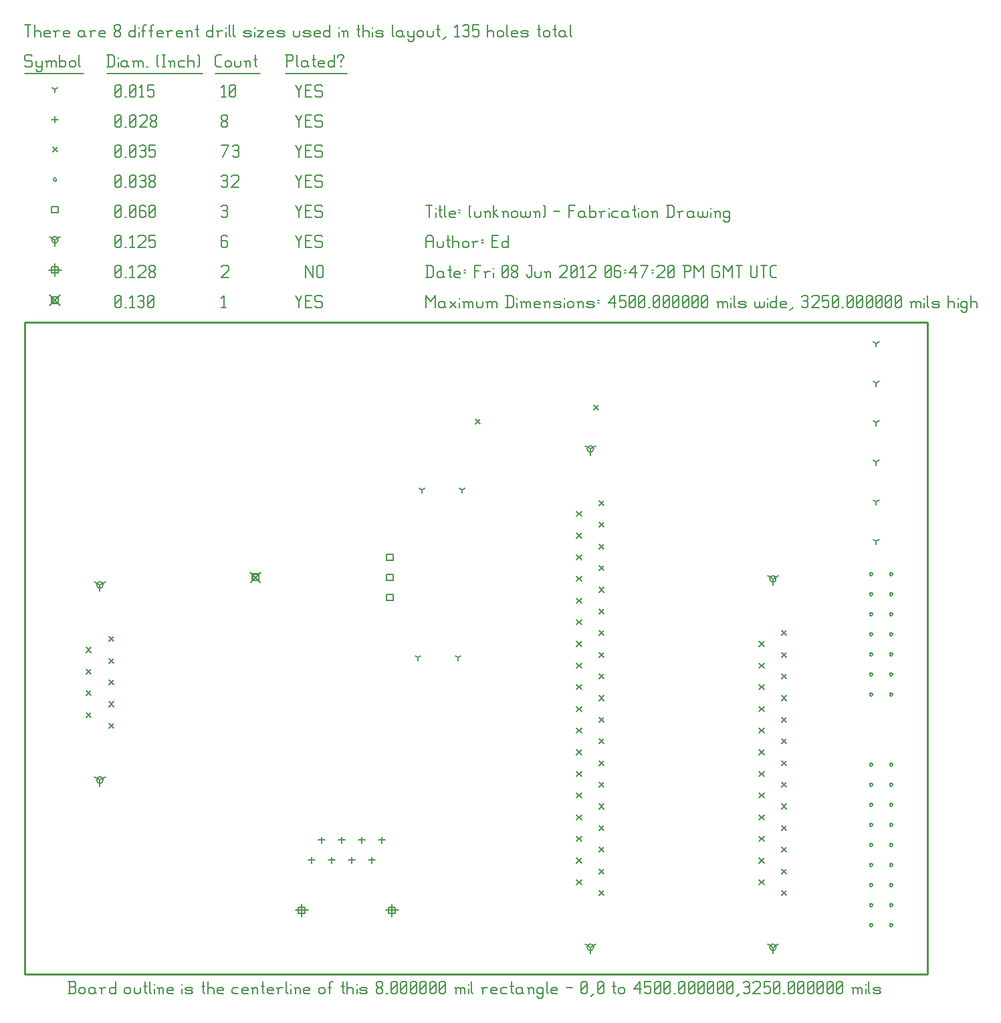
<source format=gbr>
G04 start of page 11 for group -3984 idx -3984 *
G04 Title: (unknown), fab *
G04 Creator: pcb 20110918 *
G04 CreationDate: Fri 08 Jun 2012 06:47:20 PM GMT UTC *
G04 For: ed *
G04 Format: Gerber/RS-274X *
G04 PCB-Dimensions: 450000 325000 *
G04 PCB-Coordinate-Origin: lower left *
%MOIN*%
%FSLAX25Y25*%
%LNFAB*%
%ADD83C,0.0100*%
%ADD82C,0.0075*%
%ADD81C,0.0060*%
%ADD80R,0.0080X0.0080*%
%ADD79C,0.0001*%
G54D79*G36*
X112600Y200966D02*X117966Y195600D01*
X117400Y195034D01*
X112034Y200400D01*
X112600Y200966D01*
G37*
G36*
X112034Y195600D02*X117400Y200966D01*
X117966Y200400D01*
X112600Y195034D01*
X112034Y195600D01*
G37*
G54D80*X113400Y199600D02*X116600D01*
X113400D02*Y196400D01*
X116600D01*
Y199600D02*Y196400D01*
G54D79*G36*
X12600Y339216D02*X17966Y333850D01*
X17400Y333284D01*
X12034Y338650D01*
X12600Y339216D01*
G37*
G36*
X12034Y333850D02*X17400Y339216D01*
X17966Y338650D01*
X12600Y333284D01*
X12034Y333850D01*
G37*
G54D80*X13400Y337850D02*X16600D01*
X13400D02*Y334650D01*
X16600D01*
Y337850D02*Y334650D01*
G54D81*X135000Y338500D02*X136500Y335500D01*
X138000Y338500D01*
X136500Y335500D02*Y332500D01*
X139800Y335800D02*X142050D01*
X139800Y332500D02*X142800D01*
X139800Y338500D02*Y332500D01*
Y338500D02*X142800D01*
X147600D02*X148350Y337750D01*
X145350Y338500D02*X147600D01*
X144600Y337750D02*X145350Y338500D01*
X144600Y337750D02*Y336250D01*
X145350Y335500D01*
X147600D01*
X148350Y334750D01*
Y333250D01*
X147600Y332500D02*X148350Y333250D01*
X145350Y332500D02*X147600D01*
X144600Y333250D02*X145350Y332500D01*
X98000Y337300D02*X99200Y338500D01*
Y332500D01*
X98000D02*X100250D01*
X45000Y333250D02*X45750Y332500D01*
X45000Y337750D02*Y333250D01*
Y337750D02*X45750Y338500D01*
X47250D01*
X48000Y337750D01*
Y333250D01*
X47250Y332500D02*X48000Y333250D01*
X45750Y332500D02*X47250D01*
X45000Y334000D02*X48000Y337000D01*
X49800Y332500D02*X50550D01*
X52350Y337300D02*X53550Y338500D01*
Y332500D01*
X52350D02*X54600D01*
X56400Y337750D02*X57150Y338500D01*
X58650D01*
X59400Y337750D01*
X58650Y332500D02*X59400Y333250D01*
X57150Y332500D02*X58650D01*
X56400Y333250D02*X57150Y332500D01*
Y335800D02*X58650D01*
X59400Y337750D02*Y336550D01*
Y335050D02*Y333250D01*
Y335050D02*X58650Y335800D01*
X59400Y336550D02*X58650Y335800D01*
X61200Y333250D02*X61950Y332500D01*
X61200Y337750D02*Y333250D01*
Y337750D02*X61950Y338500D01*
X63450D01*
X64200Y337750D01*
Y333250D01*
X63450Y332500D02*X64200Y333250D01*
X61950Y332500D02*X63450D01*
X61200Y334000D02*X64200Y337000D01*
X138000Y35200D02*Y28800D01*
X134800Y32000D02*X141200D01*
X136400Y33600D02*X139600D01*
X136400D02*Y30400D01*
X139600D01*
Y33600D02*Y30400D01*
X183000Y35200D02*Y28800D01*
X179800Y32000D02*X186200D01*
X181400Y33600D02*X184600D01*
X181400D02*Y30400D01*
X184600D01*
Y33600D02*Y30400D01*
X15000Y354450D02*Y348050D01*
X11800Y351250D02*X18200D01*
X13400Y352850D02*X16600D01*
X13400D02*Y349650D01*
X16600D01*
Y352850D02*Y349650D01*
X140000Y353500D02*Y347500D01*
Y353500D02*X143750Y347500D01*
Y353500D02*Y347500D01*
X145550Y352750D02*Y348250D01*
Y352750D02*X146300Y353500D01*
X147800D01*
X148550Y352750D01*
Y348250D01*
X147800Y347500D02*X148550Y348250D01*
X146300Y347500D02*X147800D01*
X145550Y348250D02*X146300Y347500D01*
X98000Y352750D02*X98750Y353500D01*
X101000D01*
X101750Y352750D01*
Y351250D01*
X98000Y347500D02*X101750Y351250D01*
X98000Y347500D02*X101750D01*
X45000Y348250D02*X45750Y347500D01*
X45000Y352750D02*Y348250D01*
Y352750D02*X45750Y353500D01*
X47250D01*
X48000Y352750D01*
Y348250D01*
X47250Y347500D02*X48000Y348250D01*
X45750Y347500D02*X47250D01*
X45000Y349000D02*X48000Y352000D01*
X49800Y347500D02*X50550D01*
X52350Y352300D02*X53550Y353500D01*
Y347500D01*
X52350D02*X54600D01*
X56400Y352750D02*X57150Y353500D01*
X59400D01*
X60150Y352750D01*
Y351250D01*
X56400Y347500D02*X60150Y351250D01*
X56400Y347500D02*X60150D01*
X61950Y348250D02*X62700Y347500D01*
X61950Y349450D02*Y348250D01*
Y349450D02*X63000Y350500D01*
X63900D01*
X64950Y349450D01*
Y348250D01*
X64200Y347500D02*X64950Y348250D01*
X62700Y347500D02*X64200D01*
X61950Y351550D02*X63000Y350500D01*
X61950Y352750D02*Y351550D01*
Y352750D02*X62700Y353500D01*
X64200D01*
X64950Y352750D01*
Y351550D01*
X63900Y350500D02*X64950Y351550D01*
X372900Y13570D02*Y10370D01*
Y13570D02*X375673Y15170D01*
X372900Y13570D02*X370127Y15170D01*
X371300Y13570D02*G75*G03X374500Y13570I1600J0D01*G01*
G75*G03X371300Y13570I-1600J0D01*G01*
X372900Y197170D02*Y193970D01*
Y197170D02*X375673Y198770D01*
X372900Y197170D02*X370127Y198770D01*
X371300Y197170D02*G75*G03X374500Y197170I1600J0D01*G01*
G75*G03X371300Y197170I-1600J0D01*G01*
X37400Y194170D02*Y190970D01*
Y194170D02*X40173Y195770D01*
X37400Y194170D02*X34627Y195770D01*
X35800Y194170D02*G75*G03X39000Y194170I1600J0D01*G01*
G75*G03X35800Y194170I-1600J0D01*G01*
X37400Y96970D02*Y93770D01*
Y96970D02*X40173Y98570D01*
X37400Y96970D02*X34627Y98570D01*
X35800Y96970D02*G75*G03X39000Y96970I1600J0D01*G01*
G75*G03X35800Y96970I-1600J0D01*G01*
X281900Y13570D02*Y10370D01*
Y13570D02*X284673Y15170D01*
X281900Y13570D02*X279127Y15170D01*
X280300Y13570D02*G75*G03X283500Y13570I1600J0D01*G01*
G75*G03X280300Y13570I-1600J0D01*G01*
X281900Y261970D02*Y258770D01*
Y261970D02*X284673Y263570D01*
X281900Y261970D02*X279127Y263570D01*
X280300Y261970D02*G75*G03X283500Y261970I1600J0D01*G01*
G75*G03X280300Y261970I-1600J0D01*G01*
X15000Y366250D02*Y363050D01*
Y366250D02*X17773Y367850D01*
X15000Y366250D02*X12227Y367850D01*
X13400Y366250D02*G75*G03X16600Y366250I1600J0D01*G01*
G75*G03X13400Y366250I-1600J0D01*G01*
X135000Y368500D02*X136500Y365500D01*
X138000Y368500D01*
X136500Y365500D02*Y362500D01*
X139800Y365800D02*X142050D01*
X139800Y362500D02*X142800D01*
X139800Y368500D02*Y362500D01*
Y368500D02*X142800D01*
X147600D02*X148350Y367750D01*
X145350Y368500D02*X147600D01*
X144600Y367750D02*X145350Y368500D01*
X144600Y367750D02*Y366250D01*
X145350Y365500D01*
X147600D01*
X148350Y364750D01*
Y363250D01*
X147600Y362500D02*X148350Y363250D01*
X145350Y362500D02*X147600D01*
X144600Y363250D02*X145350Y362500D01*
X100250Y368500D02*X101000Y367750D01*
X98750Y368500D02*X100250D01*
X98000Y367750D02*X98750Y368500D01*
X98000Y367750D02*Y363250D01*
X98750Y362500D01*
X100250Y365800D02*X101000Y365050D01*
X98000Y365800D02*X100250D01*
X98750Y362500D02*X100250D01*
X101000Y363250D01*
Y365050D02*Y363250D01*
X45000D02*X45750Y362500D01*
X45000Y367750D02*Y363250D01*
Y367750D02*X45750Y368500D01*
X47250D01*
X48000Y367750D01*
Y363250D01*
X47250Y362500D02*X48000Y363250D01*
X45750Y362500D02*X47250D01*
X45000Y364000D02*X48000Y367000D01*
X49800Y362500D02*X50550D01*
X52350Y367300D02*X53550Y368500D01*
Y362500D01*
X52350D02*X54600D01*
X56400Y367750D02*X57150Y368500D01*
X59400D01*
X60150Y367750D01*
Y366250D01*
X56400Y362500D02*X60150Y366250D01*
X56400Y362500D02*X60150D01*
X61950Y368500D02*X64950D01*
X61950D02*Y365500D01*
X62700Y366250D01*
X64200D01*
X64950Y365500D01*
Y363250D01*
X64200Y362500D02*X64950Y363250D01*
X62700Y362500D02*X64200D01*
X61950Y363250D02*X62700Y362500D01*
X180400Y189600D02*X183600D01*
X180400D02*Y186400D01*
X183600D01*
Y189600D02*Y186400D01*
X180400Y199600D02*X183600D01*
X180400D02*Y196400D01*
X183600D01*
Y199600D02*Y196400D01*
X180400Y209600D02*X183600D01*
X180400D02*Y206400D01*
X183600D01*
Y209600D02*Y206400D01*
X13400Y382850D02*X16600D01*
X13400D02*Y379650D01*
X16600D01*
Y382850D02*Y379650D01*
X135000Y383500D02*X136500Y380500D01*
X138000Y383500D01*
X136500Y380500D02*Y377500D01*
X139800Y380800D02*X142050D01*
X139800Y377500D02*X142800D01*
X139800Y383500D02*Y377500D01*
Y383500D02*X142800D01*
X147600D02*X148350Y382750D01*
X145350Y383500D02*X147600D01*
X144600Y382750D02*X145350Y383500D01*
X144600Y382750D02*Y381250D01*
X145350Y380500D01*
X147600D01*
X148350Y379750D01*
Y378250D01*
X147600Y377500D02*X148350Y378250D01*
X145350Y377500D02*X147600D01*
X144600Y378250D02*X145350Y377500D01*
X98000Y382750D02*X98750Y383500D01*
X100250D01*
X101000Y382750D01*
X100250Y377500D02*X101000Y378250D01*
X98750Y377500D02*X100250D01*
X98000Y378250D02*X98750Y377500D01*
Y380800D02*X100250D01*
X101000Y382750D02*Y381550D01*
Y380050D02*Y378250D01*
Y380050D02*X100250Y380800D01*
X101000Y381550D02*X100250Y380800D01*
X45000Y378250D02*X45750Y377500D01*
X45000Y382750D02*Y378250D01*
Y382750D02*X45750Y383500D01*
X47250D01*
X48000Y382750D01*
Y378250D01*
X47250Y377500D02*X48000Y378250D01*
X45750Y377500D02*X47250D01*
X45000Y379000D02*X48000Y382000D01*
X49800Y377500D02*X50550D01*
X52350Y378250D02*X53100Y377500D01*
X52350Y382750D02*Y378250D01*
Y382750D02*X53100Y383500D01*
X54600D01*
X55350Y382750D01*
Y378250D01*
X54600Y377500D02*X55350Y378250D01*
X53100Y377500D02*X54600D01*
X52350Y379000D02*X55350Y382000D01*
X59400Y383500D02*X60150Y382750D01*
X57900Y383500D02*X59400D01*
X57150Y382750D02*X57900Y383500D01*
X57150Y382750D02*Y378250D01*
X57900Y377500D01*
X59400Y380800D02*X60150Y380050D01*
X57150Y380800D02*X59400D01*
X57900Y377500D02*X59400D01*
X60150Y378250D01*
Y380050D02*Y378250D01*
X61950D02*X62700Y377500D01*
X61950Y382750D02*Y378250D01*
Y382750D02*X62700Y383500D01*
X64200D01*
X64950Y382750D01*
Y378250D01*
X64200Y377500D02*X64950Y378250D01*
X62700Y377500D02*X64200D01*
X61950Y379000D02*X64950Y382000D01*
X431100Y179570D02*G75*G03X432700Y179570I800J0D01*G01*
G75*G03X431100Y179570I-800J0D01*G01*
Y189570D02*G75*G03X432700Y189570I800J0D01*G01*
G75*G03X431100Y189570I-800J0D01*G01*
Y199570D02*G75*G03X432700Y199570I800J0D01*G01*
G75*G03X431100Y199570I-800J0D01*G01*
X421100Y179570D02*G75*G03X422700Y179570I800J0D01*G01*
G75*G03X421100Y179570I-800J0D01*G01*
Y189570D02*G75*G03X422700Y189570I800J0D01*G01*
G75*G03X421100Y189570I-800J0D01*G01*
Y199570D02*G75*G03X422700Y199570I800J0D01*G01*
G75*G03X421100Y199570I-800J0D01*G01*
Y149570D02*G75*G03X422700Y149570I800J0D01*G01*
G75*G03X421100Y149570I-800J0D01*G01*
Y159570D02*G75*G03X422700Y159570I800J0D01*G01*
G75*G03X421100Y159570I-800J0D01*G01*
Y169570D02*G75*G03X422700Y169570I800J0D01*G01*
G75*G03X421100Y169570I-800J0D01*G01*
X431100Y24570D02*G75*G03X432700Y24570I800J0D01*G01*
G75*G03X431100Y24570I-800J0D01*G01*
X421100D02*G75*G03X422700Y24570I800J0D01*G01*
G75*G03X421100Y24570I-800J0D01*G01*
X431100Y139570D02*G75*G03X432700Y139570I800J0D01*G01*
G75*G03X431100Y139570I-800J0D01*G01*
X421100D02*G75*G03X422700Y139570I800J0D01*G01*
G75*G03X421100Y139570I-800J0D01*G01*
X431100Y149570D02*G75*G03X432700Y149570I800J0D01*G01*
G75*G03X431100Y149570I-800J0D01*G01*
Y159570D02*G75*G03X432700Y159570I800J0D01*G01*
G75*G03X431100Y159570I-800J0D01*G01*
Y169570D02*G75*G03X432700Y169570I800J0D01*G01*
G75*G03X431100Y169570I-800J0D01*G01*
Y34570D02*G75*G03X432700Y34570I800J0D01*G01*
G75*G03X431100Y34570I-800J0D01*G01*
Y44570D02*G75*G03X432700Y44570I800J0D01*G01*
G75*G03X431100Y44570I-800J0D01*G01*
Y54570D02*G75*G03X432700Y54570I800J0D01*G01*
G75*G03X431100Y54570I-800J0D01*G01*
Y64570D02*G75*G03X432700Y64570I800J0D01*G01*
G75*G03X431100Y64570I-800J0D01*G01*
X421100D02*G75*G03X422700Y64570I800J0D01*G01*
G75*G03X421100Y64570I-800J0D01*G01*
Y54570D02*G75*G03X422700Y54570I800J0D01*G01*
G75*G03X421100Y54570I-800J0D01*G01*
Y44570D02*G75*G03X422700Y44570I800J0D01*G01*
G75*G03X421100Y44570I-800J0D01*G01*
Y34570D02*G75*G03X422700Y34570I800J0D01*G01*
G75*G03X421100Y34570I-800J0D01*G01*
X431100Y74570D02*G75*G03X432700Y74570I800J0D01*G01*
G75*G03X431100Y74570I-800J0D01*G01*
Y84570D02*G75*G03X432700Y84570I800J0D01*G01*
G75*G03X431100Y84570I-800J0D01*G01*
Y94570D02*G75*G03X432700Y94570I800J0D01*G01*
G75*G03X431100Y94570I-800J0D01*G01*
Y104570D02*G75*G03X432700Y104570I800J0D01*G01*
G75*G03X431100Y104570I-800J0D01*G01*
X421100D02*G75*G03X422700Y104570I800J0D01*G01*
G75*G03X421100Y104570I-800J0D01*G01*
Y94570D02*G75*G03X422700Y94570I800J0D01*G01*
G75*G03X421100Y94570I-800J0D01*G01*
Y84570D02*G75*G03X422700Y84570I800J0D01*G01*
G75*G03X421100Y84570I-800J0D01*G01*
Y74570D02*G75*G03X422700Y74570I800J0D01*G01*
G75*G03X421100Y74570I-800J0D01*G01*
X14200Y396250D02*G75*G03X15800Y396250I800J0D01*G01*
G75*G03X14200Y396250I-800J0D01*G01*
X135000Y398500D02*X136500Y395500D01*
X138000Y398500D01*
X136500Y395500D02*Y392500D01*
X139800Y395800D02*X142050D01*
X139800Y392500D02*X142800D01*
X139800Y398500D02*Y392500D01*
Y398500D02*X142800D01*
X147600D02*X148350Y397750D01*
X145350Y398500D02*X147600D01*
X144600Y397750D02*X145350Y398500D01*
X144600Y397750D02*Y396250D01*
X145350Y395500D01*
X147600D01*
X148350Y394750D01*
Y393250D01*
X147600Y392500D02*X148350Y393250D01*
X145350Y392500D02*X147600D01*
X144600Y393250D02*X145350Y392500D01*
X98000Y397750D02*X98750Y398500D01*
X100250D01*
X101000Y397750D01*
X100250Y392500D02*X101000Y393250D01*
X98750Y392500D02*X100250D01*
X98000Y393250D02*X98750Y392500D01*
Y395800D02*X100250D01*
X101000Y397750D02*Y396550D01*
Y395050D02*Y393250D01*
Y395050D02*X100250Y395800D01*
X101000Y396550D02*X100250Y395800D01*
X102800Y397750D02*X103550Y398500D01*
X105800D01*
X106550Y397750D01*
Y396250D01*
X102800Y392500D02*X106550Y396250D01*
X102800Y392500D02*X106550D01*
X45000Y393250D02*X45750Y392500D01*
X45000Y397750D02*Y393250D01*
Y397750D02*X45750Y398500D01*
X47250D01*
X48000Y397750D01*
Y393250D01*
X47250Y392500D02*X48000Y393250D01*
X45750Y392500D02*X47250D01*
X45000Y394000D02*X48000Y397000D01*
X49800Y392500D02*X50550D01*
X52350Y393250D02*X53100Y392500D01*
X52350Y397750D02*Y393250D01*
Y397750D02*X53100Y398500D01*
X54600D01*
X55350Y397750D01*
Y393250D01*
X54600Y392500D02*X55350Y393250D01*
X53100Y392500D02*X54600D01*
X52350Y394000D02*X55350Y397000D01*
X57150Y397750D02*X57900Y398500D01*
X59400D01*
X60150Y397750D01*
X59400Y392500D02*X60150Y393250D01*
X57900Y392500D02*X59400D01*
X57150Y393250D02*X57900Y392500D01*
Y395800D02*X59400D01*
X60150Y397750D02*Y396550D01*
Y395050D02*Y393250D01*
Y395050D02*X59400Y395800D01*
X60150Y396550D02*X59400Y395800D01*
X61950Y393250D02*X62700Y392500D01*
X61950Y394450D02*Y393250D01*
Y394450D02*X63000Y395500D01*
X63900D01*
X64950Y394450D01*
Y393250D01*
X64200Y392500D02*X64950Y393250D01*
X62700Y392500D02*X64200D01*
X61950Y396550D02*X63000Y395500D01*
X61950Y397750D02*Y396550D01*
Y397750D02*X62700Y398500D01*
X64200D01*
X64950Y397750D01*
Y396550D01*
X63900Y395500D02*X64950Y396550D01*
X377300Y171370D02*X379700Y168970D01*
X377300D02*X379700Y171370D01*
X377300Y160570D02*X379700Y158170D01*
X377300D02*X379700Y160570D01*
X377300Y149770D02*X379700Y147370D01*
X377300D02*X379700Y149770D01*
X377300Y138970D02*X379700Y136570D01*
X377300D02*X379700Y138970D01*
X377300Y128170D02*X379700Y125770D01*
X377300D02*X379700Y128170D01*
X377300Y117370D02*X379700Y114970D01*
X377300D02*X379700Y117370D01*
X377300Y106570D02*X379700Y104170D01*
X377300D02*X379700Y106570D01*
X377300Y95770D02*X379700Y93370D01*
X377300D02*X379700Y95770D01*
X377300Y84970D02*X379700Y82570D01*
X377300D02*X379700Y84970D01*
X377300Y74170D02*X379700Y71770D01*
X377300D02*X379700Y74170D01*
X377300Y63370D02*X379700Y60970D01*
X377300D02*X379700Y63370D01*
X377300Y52570D02*X379700Y50170D01*
X377300D02*X379700Y52570D01*
X377300Y41770D02*X379700Y39370D01*
X377300D02*X379700Y41770D01*
X366100Y165970D02*X368500Y163570D01*
X366100D02*X368500Y165970D01*
X366100Y155170D02*X368500Y152770D01*
X366100D02*X368500Y155170D01*
X366100Y144370D02*X368500Y141970D01*
X366100D02*X368500Y144370D01*
X366100Y133570D02*X368500Y131170D01*
X366100D02*X368500Y133570D01*
X366100Y122770D02*X368500Y120370D01*
X366100D02*X368500Y122770D01*
X366100Y111970D02*X368500Y109570D01*
X366100D02*X368500Y111970D01*
X366100Y101170D02*X368500Y98770D01*
X366100D02*X368500Y101170D01*
X366100Y90370D02*X368500Y87970D01*
X366100D02*X368500Y90370D01*
X366100Y79570D02*X368500Y77170D01*
X366100D02*X368500Y79570D01*
X366100Y68770D02*X368500Y66370D01*
X366100D02*X368500Y68770D01*
X366100Y57970D02*X368500Y55570D01*
X366100D02*X368500Y57970D01*
X366100Y47170D02*X368500Y44770D01*
X366100D02*X368500Y47170D01*
X41800Y125170D02*X44200Y122770D01*
X41800D02*X44200Y125170D01*
X41800Y135970D02*X44200Y133570D01*
X41800D02*X44200Y135970D01*
X41800Y146770D02*X44200Y144370D01*
X41800D02*X44200Y146770D01*
X41800Y157570D02*X44200Y155170D01*
X41800D02*X44200Y157570D01*
X41800Y168370D02*X44200Y165970D01*
X41800D02*X44200Y168370D01*
X30600Y130570D02*X33000Y128170D01*
X30600D02*X33000Y130570D01*
X30600Y141370D02*X33000Y138970D01*
X30600D02*X33000Y141370D01*
X30600Y152170D02*X33000Y149770D01*
X30600D02*X33000Y152170D01*
X30600Y162970D02*X33000Y160570D01*
X30600D02*X33000Y162970D01*
X286300Y236170D02*X288700Y233770D01*
X286300D02*X288700Y236170D01*
X286300Y225370D02*X288700Y222970D01*
X286300D02*X288700Y225370D01*
X286300Y214570D02*X288700Y212170D01*
X286300D02*X288700Y214570D01*
X286300Y203770D02*X288700Y201370D01*
X286300D02*X288700Y203770D01*
X286300Y192970D02*X288700Y190570D01*
X286300D02*X288700Y192970D01*
X286300Y182170D02*X288700Y179770D01*
X286300D02*X288700Y182170D01*
X286300Y171370D02*X288700Y168970D01*
X286300D02*X288700Y171370D01*
X286300Y160570D02*X288700Y158170D01*
X286300D02*X288700Y160570D01*
X286300Y149770D02*X288700Y147370D01*
X286300D02*X288700Y149770D01*
X286300Y138970D02*X288700Y136570D01*
X286300D02*X288700Y138970D01*
X286300Y128170D02*X288700Y125770D01*
X286300D02*X288700Y128170D01*
X286300Y117370D02*X288700Y114970D01*
X286300D02*X288700Y117370D01*
X286300Y106570D02*X288700Y104170D01*
X286300D02*X288700Y106570D01*
X286300Y95770D02*X288700Y93370D01*
X286300D02*X288700Y95770D01*
X286300Y84970D02*X288700Y82570D01*
X286300D02*X288700Y84970D01*
X286300Y74170D02*X288700Y71770D01*
X286300D02*X288700Y74170D01*
X286300Y63370D02*X288700Y60970D01*
X286300D02*X288700Y63370D01*
X286300Y52570D02*X288700Y50170D01*
X286300D02*X288700Y52570D01*
X286300Y41770D02*X288700Y39370D01*
X286300D02*X288700Y41770D01*
X275100Y230770D02*X277500Y228370D01*
X275100D02*X277500Y230770D01*
X275100Y219970D02*X277500Y217570D01*
X275100D02*X277500Y219970D01*
X275100Y209170D02*X277500Y206770D01*
X275100D02*X277500Y209170D01*
X275100Y198370D02*X277500Y195970D01*
X275100D02*X277500Y198370D01*
X275100Y187570D02*X277500Y185170D01*
X275100D02*X277500Y187570D01*
X275100Y176770D02*X277500Y174370D01*
X275100D02*X277500Y176770D01*
X275100Y165970D02*X277500Y163570D01*
X275100D02*X277500Y165970D01*
X275100Y155170D02*X277500Y152770D01*
X275100D02*X277500Y155170D01*
X275100Y144370D02*X277500Y141970D01*
X275100D02*X277500Y144370D01*
X275100Y133570D02*X277500Y131170D01*
X275100D02*X277500Y133570D01*
X275100Y122770D02*X277500Y120370D01*
X275100D02*X277500Y122770D01*
X275100Y111970D02*X277500Y109570D01*
X275100D02*X277500Y111970D01*
X275100Y101170D02*X277500Y98770D01*
X275100D02*X277500Y101170D01*
X275100Y90370D02*X277500Y87970D01*
X275100D02*X277500Y90370D01*
X275100Y79570D02*X277500Y77170D01*
X275100D02*X277500Y79570D01*
X275100Y68770D02*X277500Y66370D01*
X275100D02*X277500Y68770D01*
X275100Y57970D02*X277500Y55570D01*
X275100D02*X277500Y57970D01*
X275100Y47170D02*X277500Y44770D01*
X275100D02*X277500Y47170D01*
X283700Y283770D02*X286100Y281370D01*
X283700D02*X286100Y283770D01*
X224700Y276770D02*X227100Y274370D01*
X224700D02*X227100Y276770D01*
X13800Y412450D02*X16200Y410050D01*
X13800D02*X16200Y412450D01*
X135000Y413500D02*X136500Y410500D01*
X138000Y413500D01*
X136500Y410500D02*Y407500D01*
X139800Y410800D02*X142050D01*
X139800Y407500D02*X142800D01*
X139800Y413500D02*Y407500D01*
Y413500D02*X142800D01*
X147600D02*X148350Y412750D01*
X145350Y413500D02*X147600D01*
X144600Y412750D02*X145350Y413500D01*
X144600Y412750D02*Y411250D01*
X145350Y410500D01*
X147600D01*
X148350Y409750D01*
Y408250D01*
X147600Y407500D02*X148350Y408250D01*
X145350Y407500D02*X147600D01*
X144600Y408250D02*X145350Y407500D01*
X98750D02*X101750Y413500D01*
X98000D02*X101750D01*
X103550Y412750D02*X104300Y413500D01*
X105800D01*
X106550Y412750D01*
X105800Y407500D02*X106550Y408250D01*
X104300Y407500D02*X105800D01*
X103550Y408250D02*X104300Y407500D01*
Y410800D02*X105800D01*
X106550Y412750D02*Y411550D01*
Y410050D02*Y408250D01*
Y410050D02*X105800Y410800D01*
X106550Y411550D02*X105800Y410800D01*
X45000Y408250D02*X45750Y407500D01*
X45000Y412750D02*Y408250D01*
Y412750D02*X45750Y413500D01*
X47250D01*
X48000Y412750D01*
Y408250D01*
X47250Y407500D02*X48000Y408250D01*
X45750Y407500D02*X47250D01*
X45000Y409000D02*X48000Y412000D01*
X49800Y407500D02*X50550D01*
X52350Y408250D02*X53100Y407500D01*
X52350Y412750D02*Y408250D01*
Y412750D02*X53100Y413500D01*
X54600D01*
X55350Y412750D01*
Y408250D01*
X54600Y407500D02*X55350Y408250D01*
X53100Y407500D02*X54600D01*
X52350Y409000D02*X55350Y412000D01*
X57150Y412750D02*X57900Y413500D01*
X59400D01*
X60150Y412750D01*
X59400Y407500D02*X60150Y408250D01*
X57900Y407500D02*X59400D01*
X57150Y408250D02*X57900Y407500D01*
Y410800D02*X59400D01*
X60150Y412750D02*Y411550D01*
Y410050D02*Y408250D01*
Y410050D02*X59400Y410800D01*
X60150Y411550D02*X59400Y410800D01*
X61950Y413500D02*X64950D01*
X61950D02*Y410500D01*
X62700Y411250D01*
X64200D01*
X64950Y410500D01*
Y408250D01*
X64200Y407500D02*X64950Y408250D01*
X62700Y407500D02*X64200D01*
X61950Y408250D02*X62700Y407500D01*
X178000Y68600D02*Y65400D01*
X176400Y67000D02*X179600D01*
X173000Y58600D02*Y55400D01*
X171400Y57000D02*X174600D01*
X158000Y68600D02*Y65400D01*
X156400Y67000D02*X159600D01*
X153000Y58600D02*Y55400D01*
X151400Y57000D02*X154600D01*
X163000Y58600D02*Y55400D01*
X161400Y57000D02*X164600D01*
X143000Y58600D02*Y55400D01*
X141400Y57000D02*X144600D01*
X148000Y68600D02*Y65400D01*
X146400Y67000D02*X149600D01*
X168000Y68600D02*Y65400D01*
X166400Y67000D02*X169600D01*
X15000Y427850D02*Y424650D01*
X13400Y426250D02*X16600D01*
X135000Y428500D02*X136500Y425500D01*
X138000Y428500D01*
X136500Y425500D02*Y422500D01*
X139800Y425800D02*X142050D01*
X139800Y422500D02*X142800D01*
X139800Y428500D02*Y422500D01*
Y428500D02*X142800D01*
X147600D02*X148350Y427750D01*
X145350Y428500D02*X147600D01*
X144600Y427750D02*X145350Y428500D01*
X144600Y427750D02*Y426250D01*
X145350Y425500D01*
X147600D01*
X148350Y424750D01*
Y423250D01*
X147600Y422500D02*X148350Y423250D01*
X145350Y422500D02*X147600D01*
X144600Y423250D02*X145350Y422500D01*
X98000Y423250D02*X98750Y422500D01*
X98000Y424450D02*Y423250D01*
Y424450D02*X99050Y425500D01*
X99950D01*
X101000Y424450D01*
Y423250D01*
X100250Y422500D02*X101000Y423250D01*
X98750Y422500D02*X100250D01*
X98000Y426550D02*X99050Y425500D01*
X98000Y427750D02*Y426550D01*
Y427750D02*X98750Y428500D01*
X100250D01*
X101000Y427750D01*
Y426550D01*
X99950Y425500D02*X101000Y426550D01*
X45000Y423250D02*X45750Y422500D01*
X45000Y427750D02*Y423250D01*
Y427750D02*X45750Y428500D01*
X47250D01*
X48000Y427750D01*
Y423250D01*
X47250Y422500D02*X48000Y423250D01*
X45750Y422500D02*X47250D01*
X45000Y424000D02*X48000Y427000D01*
X49800Y422500D02*X50550D01*
X52350Y423250D02*X53100Y422500D01*
X52350Y427750D02*Y423250D01*
Y427750D02*X53100Y428500D01*
X54600D01*
X55350Y427750D01*
Y423250D01*
X54600Y422500D02*X55350Y423250D01*
X53100Y422500D02*X54600D01*
X52350Y424000D02*X55350Y427000D01*
X57150Y427750D02*X57900Y428500D01*
X60150D01*
X60900Y427750D01*
Y426250D01*
X57150Y422500D02*X60900Y426250D01*
X57150Y422500D02*X60900D01*
X62700Y423250D02*X63450Y422500D01*
X62700Y424450D02*Y423250D01*
Y424450D02*X63750Y425500D01*
X64650D01*
X65700Y424450D01*
Y423250D01*
X64950Y422500D02*X65700Y423250D01*
X63450Y422500D02*X64950D01*
X62700Y426550D02*X63750Y425500D01*
X62700Y427750D02*Y426550D01*
Y427750D02*X63450Y428500D01*
X64950D01*
X65700Y427750D01*
Y426550D01*
X64650Y425500D02*X65700Y426550D01*
X424400Y216144D02*Y214544D01*
Y216144D02*X425787Y216944D01*
X424400Y216144D02*X423013Y216944D01*
X424400Y235829D02*Y234229D01*
Y235829D02*X425787Y236629D01*
X424400Y235829D02*X423013Y236629D01*
X424400Y255515D02*Y253915D01*
Y255515D02*X425787Y256315D01*
X424400Y255515D02*X423013Y256315D01*
X424400Y275200D02*Y273600D01*
Y275200D02*X425787Y276000D01*
X424400Y275200D02*X423013Y276000D01*
X424400Y294885D02*Y293285D01*
Y294885D02*X425787Y295685D01*
X424400Y294885D02*X423013Y295685D01*
X424400Y314570D02*Y312970D01*
Y314570D02*X425787Y315370D01*
X424400Y314570D02*X423013Y315370D01*
X216000Y158000D02*Y156400D01*
Y158000D02*X217387Y158800D01*
X216000Y158000D02*X214613Y158800D01*
X196000Y158000D02*Y156400D01*
Y158000D02*X197387Y158800D01*
X196000Y158000D02*X194613Y158800D01*
X217900Y241570D02*Y239970D01*
Y241570D02*X219287Y242370D01*
X217900Y241570D02*X216513Y242370D01*
X197900Y241570D02*Y239970D01*
Y241570D02*X199287Y242370D01*
X197900Y241570D02*X196513Y242370D01*
X15000Y441250D02*Y439650D01*
Y441250D02*X16387Y442050D01*
X15000Y441250D02*X13613Y442050D01*
X135000Y443500D02*X136500Y440500D01*
X138000Y443500D01*
X136500Y440500D02*Y437500D01*
X139800Y440800D02*X142050D01*
X139800Y437500D02*X142800D01*
X139800Y443500D02*Y437500D01*
Y443500D02*X142800D01*
X147600D02*X148350Y442750D01*
X145350Y443500D02*X147600D01*
X144600Y442750D02*X145350Y443500D01*
X144600Y442750D02*Y441250D01*
X145350Y440500D01*
X147600D01*
X148350Y439750D01*
Y438250D01*
X147600Y437500D02*X148350Y438250D01*
X145350Y437500D02*X147600D01*
X144600Y438250D02*X145350Y437500D01*
X98000Y442300D02*X99200Y443500D01*
Y437500D01*
X98000D02*X100250D01*
X102050Y438250D02*X102800Y437500D01*
X102050Y442750D02*Y438250D01*
Y442750D02*X102800Y443500D01*
X104300D01*
X105050Y442750D01*
Y438250D01*
X104300Y437500D02*X105050Y438250D01*
X102800Y437500D02*X104300D01*
X102050Y439000D02*X105050Y442000D01*
X45000Y438250D02*X45750Y437500D01*
X45000Y442750D02*Y438250D01*
Y442750D02*X45750Y443500D01*
X47250D01*
X48000Y442750D01*
Y438250D01*
X47250Y437500D02*X48000Y438250D01*
X45750Y437500D02*X47250D01*
X45000Y439000D02*X48000Y442000D01*
X49800Y437500D02*X50550D01*
X52350Y438250D02*X53100Y437500D01*
X52350Y442750D02*Y438250D01*
Y442750D02*X53100Y443500D01*
X54600D01*
X55350Y442750D01*
Y438250D01*
X54600Y437500D02*X55350Y438250D01*
X53100Y437500D02*X54600D01*
X52350Y439000D02*X55350Y442000D01*
X57150Y442300D02*X58350Y443500D01*
Y437500D01*
X57150D02*X59400D01*
X61200Y443500D02*X64200D01*
X61200D02*Y440500D01*
X61950Y441250D01*
X63450D01*
X64200Y440500D01*
Y438250D01*
X63450Y437500D02*X64200Y438250D01*
X61950Y437500D02*X63450D01*
X61200Y438250D02*X61950Y437500D01*
X3000Y458500D02*X3750Y457750D01*
X750Y458500D02*X3000D01*
X0Y457750D02*X750Y458500D01*
X0Y457750D02*Y456250D01*
X750Y455500D01*
X3000D01*
X3750Y454750D01*
Y453250D01*
X3000Y452500D02*X3750Y453250D01*
X750Y452500D02*X3000D01*
X0Y453250D02*X750Y452500D01*
X5550Y455500D02*Y453250D01*
X6300Y452500D01*
X8550Y455500D02*Y451000D01*
X7800Y450250D02*X8550Y451000D01*
X6300Y450250D02*X7800D01*
X5550Y451000D02*X6300Y450250D01*
Y452500D02*X7800D01*
X8550Y453250D01*
X11100Y454750D02*Y452500D01*
Y454750D02*X11850Y455500D01*
X12600D01*
X13350Y454750D01*
Y452500D01*
Y454750D02*X14100Y455500D01*
X14850D01*
X15600Y454750D01*
Y452500D01*
X10350Y455500D02*X11100Y454750D01*
X17400Y458500D02*Y452500D01*
Y453250D02*X18150Y452500D01*
X19650D01*
X20400Y453250D01*
Y454750D02*Y453250D01*
X19650Y455500D02*X20400Y454750D01*
X18150Y455500D02*X19650D01*
X17400Y454750D02*X18150Y455500D01*
X22200Y454750D02*Y453250D01*
Y454750D02*X22950Y455500D01*
X24450D01*
X25200Y454750D01*
Y453250D01*
X24450Y452500D02*X25200Y453250D01*
X22950Y452500D02*X24450D01*
X22200Y453250D02*X22950Y452500D01*
X27000Y458500D02*Y453250D01*
X27750Y452500D01*
X0Y449250D02*X29250D01*
X41750Y458500D02*Y452500D01*
X43700Y458500D02*X44750Y457450D01*
Y453550D01*
X43700Y452500D02*X44750Y453550D01*
X41000Y452500D02*X43700D01*
X41000Y458500D02*X43700D01*
G54D82*X46550Y457000D02*Y456850D01*
G54D81*Y454750D02*Y452500D01*
X50300Y455500D02*X51050Y454750D01*
X48800Y455500D02*X50300D01*
X48050Y454750D02*X48800Y455500D01*
X48050Y454750D02*Y453250D01*
X48800Y452500D01*
X51050Y455500D02*Y453250D01*
X51800Y452500D01*
X48800D02*X50300D01*
X51050Y453250D01*
X54350Y454750D02*Y452500D01*
Y454750D02*X55100Y455500D01*
X55850D01*
X56600Y454750D01*
Y452500D01*
Y454750D02*X57350Y455500D01*
X58100D01*
X58850Y454750D01*
Y452500D01*
X53600Y455500D02*X54350Y454750D01*
X60650Y452500D02*X61400D01*
X65900Y453250D02*X66650Y452500D01*
X65900Y457750D02*X66650Y458500D01*
X65900Y457750D02*Y453250D01*
X68450Y458500D02*X69950D01*
X69200D02*Y452500D01*
X68450D02*X69950D01*
X72500Y454750D02*Y452500D01*
Y454750D02*X73250Y455500D01*
X74000D01*
X74750Y454750D01*
Y452500D01*
X71750Y455500D02*X72500Y454750D01*
X77300Y455500D02*X79550D01*
X76550Y454750D02*X77300Y455500D01*
X76550Y454750D02*Y453250D01*
X77300Y452500D01*
X79550D01*
X81350Y458500D02*Y452500D01*
Y454750D02*X82100Y455500D01*
X83600D01*
X84350Y454750D01*
Y452500D01*
X86150Y458500D02*X86900Y457750D01*
Y453250D01*
X86150Y452500D02*X86900Y453250D01*
X41000Y449250D02*X88700D01*
X96050Y452500D02*X98000D01*
X95000Y453550D02*X96050Y452500D01*
X95000Y457450D02*Y453550D01*
Y457450D02*X96050Y458500D01*
X98000D01*
X99800Y454750D02*Y453250D01*
Y454750D02*X100550Y455500D01*
X102050D01*
X102800Y454750D01*
Y453250D01*
X102050Y452500D02*X102800Y453250D01*
X100550Y452500D02*X102050D01*
X99800Y453250D02*X100550Y452500D01*
X104600Y455500D02*Y453250D01*
X105350Y452500D01*
X106850D01*
X107600Y453250D01*
Y455500D02*Y453250D01*
X110150Y454750D02*Y452500D01*
Y454750D02*X110900Y455500D01*
X111650D01*
X112400Y454750D01*
Y452500D01*
X109400Y455500D02*X110150Y454750D01*
X114950Y458500D02*Y453250D01*
X115700Y452500D01*
X114200Y456250D02*X115700D01*
X95000Y449250D02*X117200D01*
X130750Y458500D02*Y452500D01*
X130000Y458500D02*X133000D01*
X133750Y457750D01*
Y456250D01*
X133000Y455500D02*X133750Y456250D01*
X130750Y455500D02*X133000D01*
X135550Y458500D02*Y453250D01*
X136300Y452500D01*
X140050Y455500D02*X140800Y454750D01*
X138550Y455500D02*X140050D01*
X137800Y454750D02*X138550Y455500D01*
X137800Y454750D02*Y453250D01*
X138550Y452500D01*
X140800Y455500D02*Y453250D01*
X141550Y452500D01*
X138550D02*X140050D01*
X140800Y453250D01*
X144100Y458500D02*Y453250D01*
X144850Y452500D01*
X143350Y456250D02*X144850D01*
X147100Y452500D02*X149350D01*
X146350Y453250D02*X147100Y452500D01*
X146350Y454750D02*Y453250D01*
Y454750D02*X147100Y455500D01*
X148600D01*
X149350Y454750D01*
X146350Y454000D02*X149350D01*
Y454750D02*Y454000D01*
X154150Y458500D02*Y452500D01*
X153400D02*X154150Y453250D01*
X151900Y452500D02*X153400D01*
X151150Y453250D02*X151900Y452500D01*
X151150Y454750D02*Y453250D01*
Y454750D02*X151900Y455500D01*
X153400D01*
X154150Y454750D01*
X157450Y455500D02*Y454750D01*
Y453250D02*Y452500D01*
X155950Y457750D02*Y457000D01*
Y457750D02*X156700Y458500D01*
X158200D01*
X158950Y457750D01*
Y457000D01*
X157450Y455500D02*X158950Y457000D01*
X130000Y449250D02*X160750D01*
X0Y473500D02*X3000D01*
X1500D02*Y467500D01*
X4800Y473500D02*Y467500D01*
Y469750D02*X5550Y470500D01*
X7050D01*
X7800Y469750D01*
Y467500D01*
X10350D02*X12600D01*
X9600Y468250D02*X10350Y467500D01*
X9600Y469750D02*Y468250D01*
Y469750D02*X10350Y470500D01*
X11850D01*
X12600Y469750D01*
X9600Y469000D02*X12600D01*
Y469750D02*Y469000D01*
X15150Y469750D02*Y467500D01*
Y469750D02*X15900Y470500D01*
X17400D01*
X14400D02*X15150Y469750D01*
X19950Y467500D02*X22200D01*
X19200Y468250D02*X19950Y467500D01*
X19200Y469750D02*Y468250D01*
Y469750D02*X19950Y470500D01*
X21450D01*
X22200Y469750D01*
X19200Y469000D02*X22200D01*
Y469750D02*Y469000D01*
X28950Y470500D02*X29700Y469750D01*
X27450Y470500D02*X28950D01*
X26700Y469750D02*X27450Y470500D01*
X26700Y469750D02*Y468250D01*
X27450Y467500D01*
X29700Y470500D02*Y468250D01*
X30450Y467500D01*
X27450D02*X28950D01*
X29700Y468250D01*
X33000Y469750D02*Y467500D01*
Y469750D02*X33750Y470500D01*
X35250D01*
X32250D02*X33000Y469750D01*
X37800Y467500D02*X40050D01*
X37050Y468250D02*X37800Y467500D01*
X37050Y469750D02*Y468250D01*
Y469750D02*X37800Y470500D01*
X39300D01*
X40050Y469750D01*
X37050Y469000D02*X40050D01*
Y469750D02*Y469000D01*
X44550Y468250D02*X45300Y467500D01*
X44550Y469450D02*Y468250D01*
Y469450D02*X45600Y470500D01*
X46500D01*
X47550Y469450D01*
Y468250D01*
X46800Y467500D02*X47550Y468250D01*
X45300Y467500D02*X46800D01*
X44550Y471550D02*X45600Y470500D01*
X44550Y472750D02*Y471550D01*
Y472750D02*X45300Y473500D01*
X46800D01*
X47550Y472750D01*
Y471550D01*
X46500Y470500D02*X47550Y471550D01*
X55050Y473500D02*Y467500D01*
X54300D02*X55050Y468250D01*
X52800Y467500D02*X54300D01*
X52050Y468250D02*X52800Y467500D01*
X52050Y469750D02*Y468250D01*
Y469750D02*X52800Y470500D01*
X54300D01*
X55050Y469750D01*
G54D82*X56850Y472000D02*Y471850D01*
G54D81*Y469750D02*Y467500D01*
X59100Y472750D02*Y467500D01*
Y472750D02*X59850Y473500D01*
X60600D01*
X58350Y470500D02*X59850D01*
X62850Y472750D02*Y467500D01*
Y472750D02*X63600Y473500D01*
X64350D01*
X62100Y470500D02*X63600D01*
X66600Y467500D02*X68850D01*
X65850Y468250D02*X66600Y467500D01*
X65850Y469750D02*Y468250D01*
Y469750D02*X66600Y470500D01*
X68100D01*
X68850Y469750D01*
X65850Y469000D02*X68850D01*
Y469750D02*Y469000D01*
X71400Y469750D02*Y467500D01*
Y469750D02*X72150Y470500D01*
X73650D01*
X70650D02*X71400Y469750D01*
X76200Y467500D02*X78450D01*
X75450Y468250D02*X76200Y467500D01*
X75450Y469750D02*Y468250D01*
Y469750D02*X76200Y470500D01*
X77700D01*
X78450Y469750D01*
X75450Y469000D02*X78450D01*
Y469750D02*Y469000D01*
X81000Y469750D02*Y467500D01*
Y469750D02*X81750Y470500D01*
X82500D01*
X83250Y469750D01*
Y467500D01*
X80250Y470500D02*X81000Y469750D01*
X85800Y473500D02*Y468250D01*
X86550Y467500D01*
X85050Y471250D02*X86550D01*
X93750Y473500D02*Y467500D01*
X93000D02*X93750Y468250D01*
X91500Y467500D02*X93000D01*
X90750Y468250D02*X91500Y467500D01*
X90750Y469750D02*Y468250D01*
Y469750D02*X91500Y470500D01*
X93000D01*
X93750Y469750D01*
X96300D02*Y467500D01*
Y469750D02*X97050Y470500D01*
X98550D01*
X95550D02*X96300Y469750D01*
G54D82*X100350Y472000D02*Y471850D01*
G54D81*Y469750D02*Y467500D01*
X101850Y473500D02*Y468250D01*
X102600Y467500D01*
X104100Y473500D02*Y468250D01*
X104850Y467500D01*
X109800D02*X112050D01*
X112800Y468250D01*
X112050Y469000D02*X112800Y468250D01*
X109800Y469000D02*X112050D01*
X109050Y469750D02*X109800Y469000D01*
X109050Y469750D02*X109800Y470500D01*
X112050D01*
X112800Y469750D01*
X109050Y468250D02*X109800Y467500D01*
G54D82*X114600Y472000D02*Y471850D01*
G54D81*Y469750D02*Y467500D01*
X116100Y470500D02*X119100D01*
X116100Y467500D02*X119100Y470500D01*
X116100Y467500D02*X119100D01*
X121650D02*X123900D01*
X120900Y468250D02*X121650Y467500D01*
X120900Y469750D02*Y468250D01*
Y469750D02*X121650Y470500D01*
X123150D01*
X123900Y469750D01*
X120900Y469000D02*X123900D01*
Y469750D02*Y469000D01*
X126450Y467500D02*X128700D01*
X129450Y468250D01*
X128700Y469000D02*X129450Y468250D01*
X126450Y469000D02*X128700D01*
X125700Y469750D02*X126450Y469000D01*
X125700Y469750D02*X126450Y470500D01*
X128700D01*
X129450Y469750D01*
X125700Y468250D02*X126450Y467500D01*
X133950Y470500D02*Y468250D01*
X134700Y467500D01*
X136200D01*
X136950Y468250D01*
Y470500D02*Y468250D01*
X139500Y467500D02*X141750D01*
X142500Y468250D01*
X141750Y469000D02*X142500Y468250D01*
X139500Y469000D02*X141750D01*
X138750Y469750D02*X139500Y469000D01*
X138750Y469750D02*X139500Y470500D01*
X141750D01*
X142500Y469750D01*
X138750Y468250D02*X139500Y467500D01*
X145050D02*X147300D01*
X144300Y468250D02*X145050Y467500D01*
X144300Y469750D02*Y468250D01*
Y469750D02*X145050Y470500D01*
X146550D01*
X147300Y469750D01*
X144300Y469000D02*X147300D01*
Y469750D02*Y469000D01*
X152100Y473500D02*Y467500D01*
X151350D02*X152100Y468250D01*
X149850Y467500D02*X151350D01*
X149100Y468250D02*X149850Y467500D01*
X149100Y469750D02*Y468250D01*
Y469750D02*X149850Y470500D01*
X151350D01*
X152100Y469750D01*
G54D82*X156600Y472000D02*Y471850D01*
G54D81*Y469750D02*Y467500D01*
X158850Y469750D02*Y467500D01*
Y469750D02*X159600Y470500D01*
X160350D01*
X161100Y469750D01*
Y467500D01*
X158100Y470500D02*X158850Y469750D01*
X166350Y473500D02*Y468250D01*
X167100Y467500D01*
X165600Y471250D02*X167100D01*
X168600Y473500D02*Y467500D01*
Y469750D02*X169350Y470500D01*
X170850D01*
X171600Y469750D01*
Y467500D01*
G54D82*X173400Y472000D02*Y471850D01*
G54D81*Y469750D02*Y467500D01*
X175650D02*X177900D01*
X178650Y468250D01*
X177900Y469000D02*X178650Y468250D01*
X175650Y469000D02*X177900D01*
X174900Y469750D02*X175650Y469000D01*
X174900Y469750D02*X175650Y470500D01*
X177900D01*
X178650Y469750D01*
X174900Y468250D02*X175650Y467500D01*
X183150Y473500D02*Y468250D01*
X183900Y467500D01*
X187650Y470500D02*X188400Y469750D01*
X186150Y470500D02*X187650D01*
X185400Y469750D02*X186150Y470500D01*
X185400Y469750D02*Y468250D01*
X186150Y467500D01*
X188400Y470500D02*Y468250D01*
X189150Y467500D01*
X186150D02*X187650D01*
X188400Y468250D01*
X190950Y470500D02*Y468250D01*
X191700Y467500D01*
X193950Y470500D02*Y466000D01*
X193200Y465250D02*X193950Y466000D01*
X191700Y465250D02*X193200D01*
X190950Y466000D02*X191700Y465250D01*
Y467500D02*X193200D01*
X193950Y468250D01*
X195750Y469750D02*Y468250D01*
Y469750D02*X196500Y470500D01*
X198000D01*
X198750Y469750D01*
Y468250D01*
X198000Y467500D02*X198750Y468250D01*
X196500Y467500D02*X198000D01*
X195750Y468250D02*X196500Y467500D01*
X200550Y470500D02*Y468250D01*
X201300Y467500D01*
X202800D01*
X203550Y468250D01*
Y470500D02*Y468250D01*
X206100Y473500D02*Y468250D01*
X206850Y467500D01*
X205350Y471250D02*X206850D01*
X208350Y466000D02*X209850Y467500D01*
X214350Y472300D02*X215550Y473500D01*
Y467500D01*
X214350D02*X216600D01*
X218400Y472750D02*X219150Y473500D01*
X220650D01*
X221400Y472750D01*
X220650Y467500D02*X221400Y468250D01*
X219150Y467500D02*X220650D01*
X218400Y468250D02*X219150Y467500D01*
Y470800D02*X220650D01*
X221400Y472750D02*Y471550D01*
Y470050D02*Y468250D01*
Y470050D02*X220650Y470800D01*
X221400Y471550D02*X220650Y470800D01*
X223200Y473500D02*X226200D01*
X223200D02*Y470500D01*
X223950Y471250D01*
X225450D01*
X226200Y470500D01*
Y468250D01*
X225450Y467500D02*X226200Y468250D01*
X223950Y467500D02*X225450D01*
X223200Y468250D02*X223950Y467500D01*
X230700Y473500D02*Y467500D01*
Y469750D02*X231450Y470500D01*
X232950D01*
X233700Y469750D01*
Y467500D01*
X235500Y469750D02*Y468250D01*
Y469750D02*X236250Y470500D01*
X237750D01*
X238500Y469750D01*
Y468250D01*
X237750Y467500D02*X238500Y468250D01*
X236250Y467500D02*X237750D01*
X235500Y468250D02*X236250Y467500D01*
X240300Y473500D02*Y468250D01*
X241050Y467500D01*
X243300D02*X245550D01*
X242550Y468250D02*X243300Y467500D01*
X242550Y469750D02*Y468250D01*
Y469750D02*X243300Y470500D01*
X244800D01*
X245550Y469750D01*
X242550Y469000D02*X245550D01*
Y469750D02*Y469000D01*
X248100Y467500D02*X250350D01*
X251100Y468250D01*
X250350Y469000D02*X251100Y468250D01*
X248100Y469000D02*X250350D01*
X247350Y469750D02*X248100Y469000D01*
X247350Y469750D02*X248100Y470500D01*
X250350D01*
X251100Y469750D01*
X247350Y468250D02*X248100Y467500D01*
X256350Y473500D02*Y468250D01*
X257100Y467500D01*
X255600Y471250D02*X257100D01*
X258600Y469750D02*Y468250D01*
Y469750D02*X259350Y470500D01*
X260850D01*
X261600Y469750D01*
Y468250D01*
X260850Y467500D02*X261600Y468250D01*
X259350Y467500D02*X260850D01*
X258600Y468250D02*X259350Y467500D01*
X264150Y473500D02*Y468250D01*
X264900Y467500D01*
X263400Y471250D02*X264900D01*
X268650Y470500D02*X269400Y469750D01*
X267150Y470500D02*X268650D01*
X266400Y469750D02*X267150Y470500D01*
X266400Y469750D02*Y468250D01*
X267150Y467500D01*
X269400Y470500D02*Y468250D01*
X270150Y467500D01*
X267150D02*X268650D01*
X269400Y468250D01*
X271950Y473500D02*Y468250D01*
X272700Y467500D01*
G54D83*X0Y325000D02*X450000D01*
X0D02*Y0D01*
X450000Y325000D02*Y0D01*
X0D02*X450000D01*
G54D81*X200000Y338500D02*Y332500D01*
Y338500D02*X202250Y335500D01*
X204500Y338500D01*
Y332500D01*
X208550Y335500D02*X209300Y334750D01*
X207050Y335500D02*X208550D01*
X206300Y334750D02*X207050Y335500D01*
X206300Y334750D02*Y333250D01*
X207050Y332500D01*
X209300Y335500D02*Y333250D01*
X210050Y332500D01*
X207050D02*X208550D01*
X209300Y333250D01*
X211850Y335500D02*X214850Y332500D01*
X211850D02*X214850Y335500D01*
G54D82*X216650Y337000D02*Y336850D01*
G54D81*Y334750D02*Y332500D01*
X218900Y334750D02*Y332500D01*
Y334750D02*X219650Y335500D01*
X220400D01*
X221150Y334750D01*
Y332500D01*
Y334750D02*X221900Y335500D01*
X222650D01*
X223400Y334750D01*
Y332500D01*
X218150Y335500D02*X218900Y334750D01*
X225200Y335500D02*Y333250D01*
X225950Y332500D01*
X227450D01*
X228200Y333250D01*
Y335500D02*Y333250D01*
X230750Y334750D02*Y332500D01*
Y334750D02*X231500Y335500D01*
X232250D01*
X233000Y334750D01*
Y332500D01*
Y334750D02*X233750Y335500D01*
X234500D01*
X235250Y334750D01*
Y332500D01*
X230000Y335500D02*X230750Y334750D01*
X240500Y338500D02*Y332500D01*
X242450Y338500D02*X243500Y337450D01*
Y333550D01*
X242450Y332500D02*X243500Y333550D01*
X239750Y332500D02*X242450D01*
X239750Y338500D02*X242450D01*
G54D82*X245300Y337000D02*Y336850D01*
G54D81*Y334750D02*Y332500D01*
X247550Y334750D02*Y332500D01*
Y334750D02*X248300Y335500D01*
X249050D01*
X249800Y334750D01*
Y332500D01*
Y334750D02*X250550Y335500D01*
X251300D01*
X252050Y334750D01*
Y332500D01*
X246800Y335500D02*X247550Y334750D01*
X254600Y332500D02*X256850D01*
X253850Y333250D02*X254600Y332500D01*
X253850Y334750D02*Y333250D01*
Y334750D02*X254600Y335500D01*
X256100D01*
X256850Y334750D01*
X253850Y334000D02*X256850D01*
Y334750D02*Y334000D01*
X259400Y334750D02*Y332500D01*
Y334750D02*X260150Y335500D01*
X260900D01*
X261650Y334750D01*
Y332500D01*
X258650Y335500D02*X259400Y334750D01*
X264200Y332500D02*X266450D01*
X267200Y333250D01*
X266450Y334000D02*X267200Y333250D01*
X264200Y334000D02*X266450D01*
X263450Y334750D02*X264200Y334000D01*
X263450Y334750D02*X264200Y335500D01*
X266450D01*
X267200Y334750D01*
X263450Y333250D02*X264200Y332500D01*
G54D82*X269000Y337000D02*Y336850D01*
G54D81*Y334750D02*Y332500D01*
X270500Y334750D02*Y333250D01*
Y334750D02*X271250Y335500D01*
X272750D01*
X273500Y334750D01*
Y333250D01*
X272750Y332500D02*X273500Y333250D01*
X271250Y332500D02*X272750D01*
X270500Y333250D02*X271250Y332500D01*
X276050Y334750D02*Y332500D01*
Y334750D02*X276800Y335500D01*
X277550D01*
X278300Y334750D01*
Y332500D01*
X275300Y335500D02*X276050Y334750D01*
X280850Y332500D02*X283100D01*
X283850Y333250D01*
X283100Y334000D02*X283850Y333250D01*
X280850Y334000D02*X283100D01*
X280100Y334750D02*X280850Y334000D01*
X280100Y334750D02*X280850Y335500D01*
X283100D01*
X283850Y334750D01*
X280100Y333250D02*X280850Y332500D01*
X285650Y336250D02*X286400D01*
X285650Y334750D02*X286400D01*
X290900D02*X293900Y338500D01*
X290900Y334750D02*X294650D01*
X293900Y338500D02*Y332500D01*
X296450Y338500D02*X299450D01*
X296450D02*Y335500D01*
X297200Y336250D01*
X298700D01*
X299450Y335500D01*
Y333250D01*
X298700Y332500D02*X299450Y333250D01*
X297200Y332500D02*X298700D01*
X296450Y333250D02*X297200Y332500D01*
X301250Y333250D02*X302000Y332500D01*
X301250Y337750D02*Y333250D01*
Y337750D02*X302000Y338500D01*
X303500D01*
X304250Y337750D01*
Y333250D01*
X303500Y332500D02*X304250Y333250D01*
X302000Y332500D02*X303500D01*
X301250Y334000D02*X304250Y337000D01*
X306050Y333250D02*X306800Y332500D01*
X306050Y337750D02*Y333250D01*
Y337750D02*X306800Y338500D01*
X308300D01*
X309050Y337750D01*
Y333250D01*
X308300Y332500D02*X309050Y333250D01*
X306800Y332500D02*X308300D01*
X306050Y334000D02*X309050Y337000D01*
X310850Y332500D02*X311600D01*
X313400Y333250D02*X314150Y332500D01*
X313400Y337750D02*Y333250D01*
Y337750D02*X314150Y338500D01*
X315650D01*
X316400Y337750D01*
Y333250D01*
X315650Y332500D02*X316400Y333250D01*
X314150Y332500D02*X315650D01*
X313400Y334000D02*X316400Y337000D01*
X318200Y333250D02*X318950Y332500D01*
X318200Y337750D02*Y333250D01*
Y337750D02*X318950Y338500D01*
X320450D01*
X321200Y337750D01*
Y333250D01*
X320450Y332500D02*X321200Y333250D01*
X318950Y332500D02*X320450D01*
X318200Y334000D02*X321200Y337000D01*
X323000Y333250D02*X323750Y332500D01*
X323000Y337750D02*Y333250D01*
Y337750D02*X323750Y338500D01*
X325250D01*
X326000Y337750D01*
Y333250D01*
X325250Y332500D02*X326000Y333250D01*
X323750Y332500D02*X325250D01*
X323000Y334000D02*X326000Y337000D01*
X327800Y333250D02*X328550Y332500D01*
X327800Y337750D02*Y333250D01*
Y337750D02*X328550Y338500D01*
X330050D01*
X330800Y337750D01*
Y333250D01*
X330050Y332500D02*X330800Y333250D01*
X328550Y332500D02*X330050D01*
X327800Y334000D02*X330800Y337000D01*
X332600Y333250D02*X333350Y332500D01*
X332600Y337750D02*Y333250D01*
Y337750D02*X333350Y338500D01*
X334850D01*
X335600Y337750D01*
Y333250D01*
X334850Y332500D02*X335600Y333250D01*
X333350Y332500D02*X334850D01*
X332600Y334000D02*X335600Y337000D01*
X337400Y333250D02*X338150Y332500D01*
X337400Y337750D02*Y333250D01*
Y337750D02*X338150Y338500D01*
X339650D01*
X340400Y337750D01*
Y333250D01*
X339650Y332500D02*X340400Y333250D01*
X338150Y332500D02*X339650D01*
X337400Y334000D02*X340400Y337000D01*
X345650Y334750D02*Y332500D01*
Y334750D02*X346400Y335500D01*
X347150D01*
X347900Y334750D01*
Y332500D01*
Y334750D02*X348650Y335500D01*
X349400D01*
X350150Y334750D01*
Y332500D01*
X344900Y335500D02*X345650Y334750D01*
G54D82*X351950Y337000D02*Y336850D01*
G54D81*Y334750D02*Y332500D01*
X353450Y338500D02*Y333250D01*
X354200Y332500D01*
X356450D02*X358700D01*
X359450Y333250D01*
X358700Y334000D02*X359450Y333250D01*
X356450Y334000D02*X358700D01*
X355700Y334750D02*X356450Y334000D01*
X355700Y334750D02*X356450Y335500D01*
X358700D01*
X359450Y334750D01*
X355700Y333250D02*X356450Y332500D01*
X363950Y335500D02*Y333250D01*
X364700Y332500D01*
X365450D01*
X366200Y333250D01*
Y335500D02*Y333250D01*
X366950Y332500D01*
X367700D01*
X368450Y333250D01*
Y335500D02*Y333250D01*
G54D82*X370250Y337000D02*Y336850D01*
G54D81*Y334750D02*Y332500D01*
X374750Y338500D02*Y332500D01*
X374000D02*X374750Y333250D01*
X372500Y332500D02*X374000D01*
X371750Y333250D02*X372500Y332500D01*
X371750Y334750D02*Y333250D01*
Y334750D02*X372500Y335500D01*
X374000D01*
X374750Y334750D01*
X377300Y332500D02*X379550D01*
X376550Y333250D02*X377300Y332500D01*
X376550Y334750D02*Y333250D01*
Y334750D02*X377300Y335500D01*
X378800D01*
X379550Y334750D01*
X376550Y334000D02*X379550D01*
Y334750D02*Y334000D01*
X381350Y331000D02*X382850Y332500D01*
X387350Y337750D02*X388100Y338500D01*
X389600D01*
X390350Y337750D01*
X389600Y332500D02*X390350Y333250D01*
X388100Y332500D02*X389600D01*
X387350Y333250D02*X388100Y332500D01*
Y335800D02*X389600D01*
X390350Y337750D02*Y336550D01*
Y335050D02*Y333250D01*
Y335050D02*X389600Y335800D01*
X390350Y336550D02*X389600Y335800D01*
X392150Y337750D02*X392900Y338500D01*
X395150D01*
X395900Y337750D01*
Y336250D01*
X392150Y332500D02*X395900Y336250D01*
X392150Y332500D02*X395900D01*
X397700Y338500D02*X400700D01*
X397700D02*Y335500D01*
X398450Y336250D01*
X399950D01*
X400700Y335500D01*
Y333250D01*
X399950Y332500D02*X400700Y333250D01*
X398450Y332500D02*X399950D01*
X397700Y333250D02*X398450Y332500D01*
X402500Y333250D02*X403250Y332500D01*
X402500Y337750D02*Y333250D01*
Y337750D02*X403250Y338500D01*
X404750D01*
X405500Y337750D01*
Y333250D01*
X404750Y332500D02*X405500Y333250D01*
X403250Y332500D02*X404750D01*
X402500Y334000D02*X405500Y337000D01*
X407300Y332500D02*X408050D01*
X409850Y333250D02*X410600Y332500D01*
X409850Y337750D02*Y333250D01*
Y337750D02*X410600Y338500D01*
X412100D01*
X412850Y337750D01*
Y333250D01*
X412100Y332500D02*X412850Y333250D01*
X410600Y332500D02*X412100D01*
X409850Y334000D02*X412850Y337000D01*
X414650Y333250D02*X415400Y332500D01*
X414650Y337750D02*Y333250D01*
Y337750D02*X415400Y338500D01*
X416900D01*
X417650Y337750D01*
Y333250D01*
X416900Y332500D02*X417650Y333250D01*
X415400Y332500D02*X416900D01*
X414650Y334000D02*X417650Y337000D01*
X419450Y333250D02*X420200Y332500D01*
X419450Y337750D02*Y333250D01*
Y337750D02*X420200Y338500D01*
X421700D01*
X422450Y337750D01*
Y333250D01*
X421700Y332500D02*X422450Y333250D01*
X420200Y332500D02*X421700D01*
X419450Y334000D02*X422450Y337000D01*
X424250Y333250D02*X425000Y332500D01*
X424250Y337750D02*Y333250D01*
Y337750D02*X425000Y338500D01*
X426500D01*
X427250Y337750D01*
Y333250D01*
X426500Y332500D02*X427250Y333250D01*
X425000Y332500D02*X426500D01*
X424250Y334000D02*X427250Y337000D01*
X429050Y333250D02*X429800Y332500D01*
X429050Y337750D02*Y333250D01*
Y337750D02*X429800Y338500D01*
X431300D01*
X432050Y337750D01*
Y333250D01*
X431300Y332500D02*X432050Y333250D01*
X429800Y332500D02*X431300D01*
X429050Y334000D02*X432050Y337000D01*
X433850Y333250D02*X434600Y332500D01*
X433850Y337750D02*Y333250D01*
Y337750D02*X434600Y338500D01*
X436100D01*
X436850Y337750D01*
Y333250D01*
X436100Y332500D02*X436850Y333250D01*
X434600Y332500D02*X436100D01*
X433850Y334000D02*X436850Y337000D01*
X442100Y334750D02*Y332500D01*
Y334750D02*X442850Y335500D01*
X443600D01*
X444350Y334750D01*
Y332500D01*
Y334750D02*X445100Y335500D01*
X445850D01*
X446600Y334750D01*
Y332500D01*
X441350Y335500D02*X442100Y334750D01*
G54D82*X448400Y337000D02*Y336850D01*
G54D81*Y334750D02*Y332500D01*
X449900Y338500D02*Y333250D01*
X450650Y332500D01*
X452900D02*X455150D01*
X455900Y333250D01*
X455150Y334000D02*X455900Y333250D01*
X452900Y334000D02*X455150D01*
X452150Y334750D02*X452900Y334000D01*
X452150Y334750D02*X452900Y335500D01*
X455150D01*
X455900Y334750D01*
X452150Y333250D02*X452900Y332500D01*
X460400Y338500D02*Y332500D01*
Y334750D02*X461150Y335500D01*
X462650D01*
X463400Y334750D01*
Y332500D01*
G54D82*X465200Y337000D02*Y336850D01*
G54D81*Y334750D02*Y332500D01*
X468950Y335500D02*X469700Y334750D01*
X467450Y335500D02*X468950D01*
X466700Y334750D02*X467450Y335500D01*
X466700Y334750D02*Y333250D01*
X467450Y332500D01*
X468950D01*
X469700Y333250D01*
X466700Y331000D02*X467450Y330250D01*
X468950D01*
X469700Y331000D01*
Y335500D02*Y331000D01*
X471500Y338500D02*Y332500D01*
Y334750D02*X472250Y335500D01*
X473750D01*
X474500Y334750D01*
Y332500D01*
X21525Y-9500D02*X24525D01*
X25275Y-8750D01*
Y-6950D02*Y-8750D01*
X24525Y-6200D02*X25275Y-6950D01*
X22275Y-6200D02*X24525D01*
X22275Y-3500D02*Y-9500D01*
X21525Y-3500D02*X24525D01*
X25275Y-4250D01*
Y-5450D01*
X24525Y-6200D02*X25275Y-5450D01*
X27075Y-7250D02*Y-8750D01*
Y-7250D02*X27825Y-6500D01*
X29325D01*
X30075Y-7250D01*
Y-8750D01*
X29325Y-9500D02*X30075Y-8750D01*
X27825Y-9500D02*X29325D01*
X27075Y-8750D02*X27825Y-9500D01*
X34125Y-6500D02*X34875Y-7250D01*
X32625Y-6500D02*X34125D01*
X31875Y-7250D02*X32625Y-6500D01*
X31875Y-7250D02*Y-8750D01*
X32625Y-9500D01*
X34875Y-6500D02*Y-8750D01*
X35625Y-9500D01*
X32625D02*X34125D01*
X34875Y-8750D01*
X38175Y-7250D02*Y-9500D01*
Y-7250D02*X38925Y-6500D01*
X40425D01*
X37425D02*X38175Y-7250D01*
X45225Y-3500D02*Y-9500D01*
X44475D02*X45225Y-8750D01*
X42975Y-9500D02*X44475D01*
X42225Y-8750D02*X42975Y-9500D01*
X42225Y-7250D02*Y-8750D01*
Y-7250D02*X42975Y-6500D01*
X44475D01*
X45225Y-7250D01*
X49725D02*Y-8750D01*
Y-7250D02*X50475Y-6500D01*
X51975D01*
X52725Y-7250D01*
Y-8750D01*
X51975Y-9500D02*X52725Y-8750D01*
X50475Y-9500D02*X51975D01*
X49725Y-8750D02*X50475Y-9500D01*
X54525Y-6500D02*Y-8750D01*
X55275Y-9500D01*
X56775D01*
X57525Y-8750D01*
Y-6500D02*Y-8750D01*
X60075Y-3500D02*Y-8750D01*
X60825Y-9500D01*
X59325Y-5750D02*X60825D01*
X62325Y-3500D02*Y-8750D01*
X63075Y-9500D01*
G54D82*X64575Y-5000D02*Y-5150D01*
G54D81*Y-7250D02*Y-9500D01*
X66825Y-7250D02*Y-9500D01*
Y-7250D02*X67575Y-6500D01*
X68325D01*
X69075Y-7250D01*
Y-9500D01*
X66075Y-6500D02*X66825Y-7250D01*
X71625Y-9500D02*X73875D01*
X70875Y-8750D02*X71625Y-9500D01*
X70875Y-7250D02*Y-8750D01*
Y-7250D02*X71625Y-6500D01*
X73125D01*
X73875Y-7250D01*
X70875Y-8000D02*X73875D01*
Y-7250D02*Y-8000D01*
G54D82*X78375Y-5000D02*Y-5150D01*
G54D81*Y-7250D02*Y-9500D01*
X80625D02*X82875D01*
X83625Y-8750D01*
X82875Y-8000D02*X83625Y-8750D01*
X80625Y-8000D02*X82875D01*
X79875Y-7250D02*X80625Y-8000D01*
X79875Y-7250D02*X80625Y-6500D01*
X82875D01*
X83625Y-7250D01*
X79875Y-8750D02*X80625Y-9500D01*
X88875Y-3500D02*Y-8750D01*
X89625Y-9500D01*
X88125Y-5750D02*X89625D01*
X91125Y-3500D02*Y-9500D01*
Y-7250D02*X91875Y-6500D01*
X93375D01*
X94125Y-7250D01*
Y-9500D01*
X96675D02*X98925D01*
X95925Y-8750D02*X96675Y-9500D01*
X95925Y-7250D02*Y-8750D01*
Y-7250D02*X96675Y-6500D01*
X98175D01*
X98925Y-7250D01*
X95925Y-8000D02*X98925D01*
Y-7250D02*Y-8000D01*
X104175Y-6500D02*X106425D01*
X103425Y-7250D02*X104175Y-6500D01*
X103425Y-7250D02*Y-8750D01*
X104175Y-9500D01*
X106425D01*
X108975D02*X111225D01*
X108225Y-8750D02*X108975Y-9500D01*
X108225Y-7250D02*Y-8750D01*
Y-7250D02*X108975Y-6500D01*
X110475D01*
X111225Y-7250D01*
X108225Y-8000D02*X111225D01*
Y-7250D02*Y-8000D01*
X113775Y-7250D02*Y-9500D01*
Y-7250D02*X114525Y-6500D01*
X115275D01*
X116025Y-7250D01*
Y-9500D01*
X113025Y-6500D02*X113775Y-7250D01*
X118575Y-3500D02*Y-8750D01*
X119325Y-9500D01*
X117825Y-5750D02*X119325D01*
X121575Y-9500D02*X123825D01*
X120825Y-8750D02*X121575Y-9500D01*
X120825Y-7250D02*Y-8750D01*
Y-7250D02*X121575Y-6500D01*
X123075D01*
X123825Y-7250D01*
X120825Y-8000D02*X123825D01*
Y-7250D02*Y-8000D01*
X126375Y-7250D02*Y-9500D01*
Y-7250D02*X127125Y-6500D01*
X128625D01*
X125625D02*X126375Y-7250D01*
X130425Y-3500D02*Y-8750D01*
X131175Y-9500D01*
G54D82*X132675Y-5000D02*Y-5150D01*
G54D81*Y-7250D02*Y-9500D01*
X134925Y-7250D02*Y-9500D01*
Y-7250D02*X135675Y-6500D01*
X136425D01*
X137175Y-7250D01*
Y-9500D01*
X134175Y-6500D02*X134925Y-7250D01*
X139725Y-9500D02*X141975D01*
X138975Y-8750D02*X139725Y-9500D01*
X138975Y-7250D02*Y-8750D01*
Y-7250D02*X139725Y-6500D01*
X141225D01*
X141975Y-7250D01*
X138975Y-8000D02*X141975D01*
Y-7250D02*Y-8000D01*
X146475Y-7250D02*Y-8750D01*
Y-7250D02*X147225Y-6500D01*
X148725D01*
X149475Y-7250D01*
Y-8750D01*
X148725Y-9500D02*X149475Y-8750D01*
X147225Y-9500D02*X148725D01*
X146475Y-8750D02*X147225Y-9500D01*
X152025Y-4250D02*Y-9500D01*
Y-4250D02*X152775Y-3500D01*
X153525D01*
X151275Y-6500D02*X152775D01*
X158475Y-3500D02*Y-8750D01*
X159225Y-9500D01*
X157725Y-5750D02*X159225D01*
X160725Y-3500D02*Y-9500D01*
Y-7250D02*X161475Y-6500D01*
X162975D01*
X163725Y-7250D01*
Y-9500D01*
G54D82*X165525Y-5000D02*Y-5150D01*
G54D81*Y-7250D02*Y-9500D01*
X167775D02*X170025D01*
X170775Y-8750D01*
X170025Y-8000D02*X170775Y-8750D01*
X167775Y-8000D02*X170025D01*
X167025Y-7250D02*X167775Y-8000D01*
X167025Y-7250D02*X167775Y-6500D01*
X170025D01*
X170775Y-7250D01*
X167025Y-8750D02*X167775Y-9500D01*
X175275Y-8750D02*X176025Y-9500D01*
X175275Y-7550D02*Y-8750D01*
Y-7550D02*X176325Y-6500D01*
X177225D01*
X178275Y-7550D01*
Y-8750D01*
X177525Y-9500D02*X178275Y-8750D01*
X176025Y-9500D02*X177525D01*
X175275Y-5450D02*X176325Y-6500D01*
X175275Y-4250D02*Y-5450D01*
Y-4250D02*X176025Y-3500D01*
X177525D01*
X178275Y-4250D01*
Y-5450D01*
X177225Y-6500D02*X178275Y-5450D01*
X180075Y-9500D02*X180825D01*
X182625Y-8750D02*X183375Y-9500D01*
X182625Y-4250D02*Y-8750D01*
Y-4250D02*X183375Y-3500D01*
X184875D01*
X185625Y-4250D01*
Y-8750D01*
X184875Y-9500D02*X185625Y-8750D01*
X183375Y-9500D02*X184875D01*
X182625Y-8000D02*X185625Y-5000D01*
X187425Y-8750D02*X188175Y-9500D01*
X187425Y-4250D02*Y-8750D01*
Y-4250D02*X188175Y-3500D01*
X189675D01*
X190425Y-4250D01*
Y-8750D01*
X189675Y-9500D02*X190425Y-8750D01*
X188175Y-9500D02*X189675D01*
X187425Y-8000D02*X190425Y-5000D01*
X192225Y-8750D02*X192975Y-9500D01*
X192225Y-4250D02*Y-8750D01*
Y-4250D02*X192975Y-3500D01*
X194475D01*
X195225Y-4250D01*
Y-8750D01*
X194475Y-9500D02*X195225Y-8750D01*
X192975Y-9500D02*X194475D01*
X192225Y-8000D02*X195225Y-5000D01*
X197025Y-8750D02*X197775Y-9500D01*
X197025Y-4250D02*Y-8750D01*
Y-4250D02*X197775Y-3500D01*
X199275D01*
X200025Y-4250D01*
Y-8750D01*
X199275Y-9500D02*X200025Y-8750D01*
X197775Y-9500D02*X199275D01*
X197025Y-8000D02*X200025Y-5000D01*
X201825Y-8750D02*X202575Y-9500D01*
X201825Y-4250D02*Y-8750D01*
Y-4250D02*X202575Y-3500D01*
X204075D01*
X204825Y-4250D01*
Y-8750D01*
X204075Y-9500D02*X204825Y-8750D01*
X202575Y-9500D02*X204075D01*
X201825Y-8000D02*X204825Y-5000D01*
X206625Y-8750D02*X207375Y-9500D01*
X206625Y-4250D02*Y-8750D01*
Y-4250D02*X207375Y-3500D01*
X208875D01*
X209625Y-4250D01*
Y-8750D01*
X208875Y-9500D02*X209625Y-8750D01*
X207375Y-9500D02*X208875D01*
X206625Y-8000D02*X209625Y-5000D01*
X214875Y-7250D02*Y-9500D01*
Y-7250D02*X215625Y-6500D01*
X216375D01*
X217125Y-7250D01*
Y-9500D01*
Y-7250D02*X217875Y-6500D01*
X218625D01*
X219375Y-7250D01*
Y-9500D01*
X214125Y-6500D02*X214875Y-7250D01*
G54D82*X221175Y-5000D02*Y-5150D01*
G54D81*Y-7250D02*Y-9500D01*
X222675Y-3500D02*Y-8750D01*
X223425Y-9500D01*
X228375Y-7250D02*Y-9500D01*
Y-7250D02*X229125Y-6500D01*
X230625D01*
X227625D02*X228375Y-7250D01*
X233175Y-9500D02*X235425D01*
X232425Y-8750D02*X233175Y-9500D01*
X232425Y-7250D02*Y-8750D01*
Y-7250D02*X233175Y-6500D01*
X234675D01*
X235425Y-7250D01*
X232425Y-8000D02*X235425D01*
Y-7250D02*Y-8000D01*
X237975Y-6500D02*X240225D01*
X237225Y-7250D02*X237975Y-6500D01*
X237225Y-7250D02*Y-8750D01*
X237975Y-9500D01*
X240225D01*
X242775Y-3500D02*Y-8750D01*
X243525Y-9500D01*
X242025Y-5750D02*X243525D01*
X247275Y-6500D02*X248025Y-7250D01*
X245775Y-6500D02*X247275D01*
X245025Y-7250D02*X245775Y-6500D01*
X245025Y-7250D02*Y-8750D01*
X245775Y-9500D01*
X248025Y-6500D02*Y-8750D01*
X248775Y-9500D01*
X245775D02*X247275D01*
X248025Y-8750D01*
X251325Y-7250D02*Y-9500D01*
Y-7250D02*X252075Y-6500D01*
X252825D01*
X253575Y-7250D01*
Y-9500D01*
X250575Y-6500D02*X251325Y-7250D01*
X257625Y-6500D02*X258375Y-7250D01*
X256125Y-6500D02*X257625D01*
X255375Y-7250D02*X256125Y-6500D01*
X255375Y-7250D02*Y-8750D01*
X256125Y-9500D01*
X257625D01*
X258375Y-8750D01*
X255375Y-11000D02*X256125Y-11750D01*
X257625D01*
X258375Y-11000D01*
Y-6500D02*Y-11000D01*
X260175Y-3500D02*Y-8750D01*
X260925Y-9500D01*
X263175D02*X265425D01*
X262425Y-8750D02*X263175Y-9500D01*
X262425Y-7250D02*Y-8750D01*
Y-7250D02*X263175Y-6500D01*
X264675D01*
X265425Y-7250D01*
X262425Y-8000D02*X265425D01*
Y-7250D02*Y-8000D01*
X269925Y-6500D02*X272925D01*
X277425Y-8750D02*X278175Y-9500D01*
X277425Y-4250D02*Y-8750D01*
Y-4250D02*X278175Y-3500D01*
X279675D01*
X280425Y-4250D01*
Y-8750D01*
X279675Y-9500D02*X280425Y-8750D01*
X278175Y-9500D02*X279675D01*
X277425Y-8000D02*X280425Y-5000D01*
X282225Y-11000D02*X283725Y-9500D01*
X285525Y-8750D02*X286275Y-9500D01*
X285525Y-4250D02*Y-8750D01*
Y-4250D02*X286275Y-3500D01*
X287775D01*
X288525Y-4250D01*
Y-8750D01*
X287775Y-9500D02*X288525Y-8750D01*
X286275Y-9500D02*X287775D01*
X285525Y-8000D02*X288525Y-5000D01*
X293775Y-3500D02*Y-8750D01*
X294525Y-9500D01*
X293025Y-5750D02*X294525D01*
X296025Y-7250D02*Y-8750D01*
Y-7250D02*X296775Y-6500D01*
X298275D01*
X299025Y-7250D01*
Y-8750D01*
X298275Y-9500D02*X299025Y-8750D01*
X296775Y-9500D02*X298275D01*
X296025Y-8750D02*X296775Y-9500D01*
X303525Y-7250D02*X306525Y-3500D01*
X303525Y-7250D02*X307275D01*
X306525Y-3500D02*Y-9500D01*
X309075Y-3500D02*X312075D01*
X309075D02*Y-6500D01*
X309825Y-5750D01*
X311325D01*
X312075Y-6500D01*
Y-8750D01*
X311325Y-9500D02*X312075Y-8750D01*
X309825Y-9500D02*X311325D01*
X309075Y-8750D02*X309825Y-9500D01*
X313875Y-8750D02*X314625Y-9500D01*
X313875Y-4250D02*Y-8750D01*
Y-4250D02*X314625Y-3500D01*
X316125D01*
X316875Y-4250D01*
Y-8750D01*
X316125Y-9500D02*X316875Y-8750D01*
X314625Y-9500D02*X316125D01*
X313875Y-8000D02*X316875Y-5000D01*
X318675Y-8750D02*X319425Y-9500D01*
X318675Y-4250D02*Y-8750D01*
Y-4250D02*X319425Y-3500D01*
X320925D01*
X321675Y-4250D01*
Y-8750D01*
X320925Y-9500D02*X321675Y-8750D01*
X319425Y-9500D02*X320925D01*
X318675Y-8000D02*X321675Y-5000D01*
X323475Y-9500D02*X324225D01*
X326025Y-8750D02*X326775Y-9500D01*
X326025Y-4250D02*Y-8750D01*
Y-4250D02*X326775Y-3500D01*
X328275D01*
X329025Y-4250D01*
Y-8750D01*
X328275Y-9500D02*X329025Y-8750D01*
X326775Y-9500D02*X328275D01*
X326025Y-8000D02*X329025Y-5000D01*
X330825Y-8750D02*X331575Y-9500D01*
X330825Y-4250D02*Y-8750D01*
Y-4250D02*X331575Y-3500D01*
X333075D01*
X333825Y-4250D01*
Y-8750D01*
X333075Y-9500D02*X333825Y-8750D01*
X331575Y-9500D02*X333075D01*
X330825Y-8000D02*X333825Y-5000D01*
X335625Y-8750D02*X336375Y-9500D01*
X335625Y-4250D02*Y-8750D01*
Y-4250D02*X336375Y-3500D01*
X337875D01*
X338625Y-4250D01*
Y-8750D01*
X337875Y-9500D02*X338625Y-8750D01*
X336375Y-9500D02*X337875D01*
X335625Y-8000D02*X338625Y-5000D01*
X340425Y-8750D02*X341175Y-9500D01*
X340425Y-4250D02*Y-8750D01*
Y-4250D02*X341175Y-3500D01*
X342675D01*
X343425Y-4250D01*
Y-8750D01*
X342675Y-9500D02*X343425Y-8750D01*
X341175Y-9500D02*X342675D01*
X340425Y-8000D02*X343425Y-5000D01*
X345225Y-8750D02*X345975Y-9500D01*
X345225Y-4250D02*Y-8750D01*
Y-4250D02*X345975Y-3500D01*
X347475D01*
X348225Y-4250D01*
Y-8750D01*
X347475Y-9500D02*X348225Y-8750D01*
X345975Y-9500D02*X347475D01*
X345225Y-8000D02*X348225Y-5000D01*
X350025Y-8750D02*X350775Y-9500D01*
X350025Y-4250D02*Y-8750D01*
Y-4250D02*X350775Y-3500D01*
X352275D01*
X353025Y-4250D01*
Y-8750D01*
X352275Y-9500D02*X353025Y-8750D01*
X350775Y-9500D02*X352275D01*
X350025Y-8000D02*X353025Y-5000D01*
X354825Y-11000D02*X356325Y-9500D01*
X358125Y-4250D02*X358875Y-3500D01*
X360375D01*
X361125Y-4250D01*
X360375Y-9500D02*X361125Y-8750D01*
X358875Y-9500D02*X360375D01*
X358125Y-8750D02*X358875Y-9500D01*
Y-6200D02*X360375D01*
X361125Y-4250D02*Y-5450D01*
Y-6950D02*Y-8750D01*
Y-6950D02*X360375Y-6200D01*
X361125Y-5450D02*X360375Y-6200D01*
X362925Y-4250D02*X363675Y-3500D01*
X365925D01*
X366675Y-4250D01*
Y-5750D01*
X362925Y-9500D02*X366675Y-5750D01*
X362925Y-9500D02*X366675D01*
X368475Y-3500D02*X371475D01*
X368475D02*Y-6500D01*
X369225Y-5750D01*
X370725D01*
X371475Y-6500D01*
Y-8750D01*
X370725Y-9500D02*X371475Y-8750D01*
X369225Y-9500D02*X370725D01*
X368475Y-8750D02*X369225Y-9500D01*
X373275Y-8750D02*X374025Y-9500D01*
X373275Y-4250D02*Y-8750D01*
Y-4250D02*X374025Y-3500D01*
X375525D01*
X376275Y-4250D01*
Y-8750D01*
X375525Y-9500D02*X376275Y-8750D01*
X374025Y-9500D02*X375525D01*
X373275Y-8000D02*X376275Y-5000D01*
X378075Y-9500D02*X378825D01*
X380625Y-8750D02*X381375Y-9500D01*
X380625Y-4250D02*Y-8750D01*
Y-4250D02*X381375Y-3500D01*
X382875D01*
X383625Y-4250D01*
Y-8750D01*
X382875Y-9500D02*X383625Y-8750D01*
X381375Y-9500D02*X382875D01*
X380625Y-8000D02*X383625Y-5000D01*
X385425Y-8750D02*X386175Y-9500D01*
X385425Y-4250D02*Y-8750D01*
Y-4250D02*X386175Y-3500D01*
X387675D01*
X388425Y-4250D01*
Y-8750D01*
X387675Y-9500D02*X388425Y-8750D01*
X386175Y-9500D02*X387675D01*
X385425Y-8000D02*X388425Y-5000D01*
X390225Y-8750D02*X390975Y-9500D01*
X390225Y-4250D02*Y-8750D01*
Y-4250D02*X390975Y-3500D01*
X392475D01*
X393225Y-4250D01*
Y-8750D01*
X392475Y-9500D02*X393225Y-8750D01*
X390975Y-9500D02*X392475D01*
X390225Y-8000D02*X393225Y-5000D01*
X395025Y-8750D02*X395775Y-9500D01*
X395025Y-4250D02*Y-8750D01*
Y-4250D02*X395775Y-3500D01*
X397275D01*
X398025Y-4250D01*
Y-8750D01*
X397275Y-9500D02*X398025Y-8750D01*
X395775Y-9500D02*X397275D01*
X395025Y-8000D02*X398025Y-5000D01*
X399825Y-8750D02*X400575Y-9500D01*
X399825Y-4250D02*Y-8750D01*
Y-4250D02*X400575Y-3500D01*
X402075D01*
X402825Y-4250D01*
Y-8750D01*
X402075Y-9500D02*X402825Y-8750D01*
X400575Y-9500D02*X402075D01*
X399825Y-8000D02*X402825Y-5000D01*
X404625Y-8750D02*X405375Y-9500D01*
X404625Y-4250D02*Y-8750D01*
Y-4250D02*X405375Y-3500D01*
X406875D01*
X407625Y-4250D01*
Y-8750D01*
X406875Y-9500D02*X407625Y-8750D01*
X405375Y-9500D02*X406875D01*
X404625Y-8000D02*X407625Y-5000D01*
X412875Y-7250D02*Y-9500D01*
Y-7250D02*X413625Y-6500D01*
X414375D01*
X415125Y-7250D01*
Y-9500D01*
Y-7250D02*X415875Y-6500D01*
X416625D01*
X417375Y-7250D01*
Y-9500D01*
X412125Y-6500D02*X412875Y-7250D01*
G54D82*X419175Y-5000D02*Y-5150D01*
G54D81*Y-7250D02*Y-9500D01*
X420675Y-3500D02*Y-8750D01*
X421425Y-9500D01*
X423675D02*X425925D01*
X426675Y-8750D01*
X425925Y-8000D02*X426675Y-8750D01*
X423675Y-8000D02*X425925D01*
X422925Y-7250D02*X423675Y-8000D01*
X422925Y-7250D02*X423675Y-6500D01*
X425925D01*
X426675Y-7250D01*
X422925Y-8750D02*X423675Y-9500D01*
X200750Y353500D02*Y347500D01*
X202700Y353500D02*X203750Y352450D01*
Y348550D01*
X202700Y347500D02*X203750Y348550D01*
X200000Y347500D02*X202700D01*
X200000Y353500D02*X202700D01*
X207800Y350500D02*X208550Y349750D01*
X206300Y350500D02*X207800D01*
X205550Y349750D02*X206300Y350500D01*
X205550Y349750D02*Y348250D01*
X206300Y347500D01*
X208550Y350500D02*Y348250D01*
X209300Y347500D01*
X206300D02*X207800D01*
X208550Y348250D01*
X211850Y353500D02*Y348250D01*
X212600Y347500D01*
X211100Y351250D02*X212600D01*
X214850Y347500D02*X217100D01*
X214100Y348250D02*X214850Y347500D01*
X214100Y349750D02*Y348250D01*
Y349750D02*X214850Y350500D01*
X216350D01*
X217100Y349750D01*
X214100Y349000D02*X217100D01*
Y349750D02*Y349000D01*
X218900Y351250D02*X219650D01*
X218900Y349750D02*X219650D01*
X224150Y353500D02*Y347500D01*
Y353500D02*X227150D01*
X224150Y350800D02*X226400D01*
X229700Y349750D02*Y347500D01*
Y349750D02*X230450Y350500D01*
X231950D01*
X228950D02*X229700Y349750D01*
G54D82*X233750Y352000D02*Y351850D01*
G54D81*Y349750D02*Y347500D01*
X237950Y348250D02*X238700Y347500D01*
X237950Y352750D02*Y348250D01*
Y352750D02*X238700Y353500D01*
X240200D01*
X240950Y352750D01*
Y348250D01*
X240200Y347500D02*X240950Y348250D01*
X238700Y347500D02*X240200D01*
X237950Y349000D02*X240950Y352000D01*
X242750Y348250D02*X243500Y347500D01*
X242750Y349450D02*Y348250D01*
Y349450D02*X243800Y350500D01*
X244700D01*
X245750Y349450D01*
Y348250D01*
X245000Y347500D02*X245750Y348250D01*
X243500Y347500D02*X245000D01*
X242750Y351550D02*X243800Y350500D01*
X242750Y352750D02*Y351550D01*
Y352750D02*X243500Y353500D01*
X245000D01*
X245750Y352750D01*
Y351550D01*
X244700Y350500D02*X245750Y351550D01*
X251300Y353500D02*X252500D01*
Y348250D01*
X251750Y347500D02*X252500Y348250D01*
X251000Y347500D02*X251750D01*
X250250Y348250D02*X251000Y347500D01*
X250250Y349000D02*Y348250D01*
X254300Y350500D02*Y348250D01*
X255050Y347500D01*
X256550D01*
X257300Y348250D01*
Y350500D02*Y348250D01*
X259850Y349750D02*Y347500D01*
Y349750D02*X260600Y350500D01*
X261350D01*
X262100Y349750D01*
Y347500D01*
X259100Y350500D02*X259850Y349750D01*
X266600Y352750D02*X267350Y353500D01*
X269600D01*
X270350Y352750D01*
Y351250D01*
X266600Y347500D02*X270350Y351250D01*
X266600Y347500D02*X270350D01*
X272150Y348250D02*X272900Y347500D01*
X272150Y352750D02*Y348250D01*
Y352750D02*X272900Y353500D01*
X274400D01*
X275150Y352750D01*
Y348250D01*
X274400Y347500D02*X275150Y348250D01*
X272900Y347500D02*X274400D01*
X272150Y349000D02*X275150Y352000D01*
X276950Y352300D02*X278150Y353500D01*
Y347500D01*
X276950D02*X279200D01*
X281000Y352750D02*X281750Y353500D01*
X284000D01*
X284750Y352750D01*
Y351250D01*
X281000Y347500D02*X284750Y351250D01*
X281000Y347500D02*X284750D01*
X289250Y348250D02*X290000Y347500D01*
X289250Y352750D02*Y348250D01*
Y352750D02*X290000Y353500D01*
X291500D01*
X292250Y352750D01*
Y348250D01*
X291500Y347500D02*X292250Y348250D01*
X290000Y347500D02*X291500D01*
X289250Y349000D02*X292250Y352000D01*
X296300Y353500D02*X297050Y352750D01*
X294800Y353500D02*X296300D01*
X294050Y352750D02*X294800Y353500D01*
X294050Y352750D02*Y348250D01*
X294800Y347500D01*
X296300Y350800D02*X297050Y350050D01*
X294050Y350800D02*X296300D01*
X294800Y347500D02*X296300D01*
X297050Y348250D01*
Y350050D02*Y348250D01*
X298850Y351250D02*X299600D01*
X298850Y349750D02*X299600D01*
X301400D02*X304400Y353500D01*
X301400Y349750D02*X305150D01*
X304400Y353500D02*Y347500D01*
X307700D02*X310700Y353500D01*
X306950D02*X310700D01*
X312500Y351250D02*X313250D01*
X312500Y349750D02*X313250D01*
X315050Y352750D02*X315800Y353500D01*
X318050D01*
X318800Y352750D01*
Y351250D01*
X315050Y347500D02*X318800Y351250D01*
X315050Y347500D02*X318800D01*
X320600Y348250D02*X321350Y347500D01*
X320600Y352750D02*Y348250D01*
Y352750D02*X321350Y353500D01*
X322850D01*
X323600Y352750D01*
Y348250D01*
X322850Y347500D02*X323600Y348250D01*
X321350Y347500D02*X322850D01*
X320600Y349000D02*X323600Y352000D01*
X328850Y353500D02*Y347500D01*
X328100Y353500D02*X331100D01*
X331850Y352750D01*
Y351250D01*
X331100Y350500D02*X331850Y351250D01*
X328850Y350500D02*X331100D01*
X333650Y353500D02*Y347500D01*
Y353500D02*X335900Y350500D01*
X338150Y353500D01*
Y347500D01*
X345650Y353500D02*X346400Y352750D01*
X343400Y353500D02*X345650D01*
X342650Y352750D02*X343400Y353500D01*
X342650Y352750D02*Y348250D01*
X343400Y347500D01*
X345650D01*
X346400Y348250D01*
Y349750D02*Y348250D01*
X345650Y350500D02*X346400Y349750D01*
X344150Y350500D02*X345650D01*
X348200Y353500D02*Y347500D01*
Y353500D02*X350450Y350500D01*
X352700Y353500D01*
Y347500D01*
X354500Y353500D02*X357500D01*
X356000D02*Y347500D01*
X362000Y353500D02*Y348250D01*
X362750Y347500D01*
X364250D01*
X365000Y348250D01*
Y353500D02*Y348250D01*
X366800Y353500D02*X369800D01*
X368300D02*Y347500D01*
X372650D02*X374600D01*
X371600Y348550D02*X372650Y347500D01*
X371600Y352450D02*Y348550D01*
Y352450D02*X372650Y353500D01*
X374600D01*
X200000Y367000D02*Y362500D01*
Y367000D02*X201050Y368500D01*
X202700D01*
X203750Y367000D01*
Y362500D01*
X200000Y365500D02*X203750D01*
X205550D02*Y363250D01*
X206300Y362500D01*
X207800D01*
X208550Y363250D01*
Y365500D02*Y363250D01*
X211100Y368500D02*Y363250D01*
X211850Y362500D01*
X210350Y366250D02*X211850D01*
X213350Y368500D02*Y362500D01*
Y364750D02*X214100Y365500D01*
X215600D01*
X216350Y364750D01*
Y362500D01*
X218150Y364750D02*Y363250D01*
Y364750D02*X218900Y365500D01*
X220400D01*
X221150Y364750D01*
Y363250D01*
X220400Y362500D02*X221150Y363250D01*
X218900Y362500D02*X220400D01*
X218150Y363250D02*X218900Y362500D01*
X223700Y364750D02*Y362500D01*
Y364750D02*X224450Y365500D01*
X225950D01*
X222950D02*X223700Y364750D01*
X227750Y366250D02*X228500D01*
X227750Y364750D02*X228500D01*
X233000Y365800D02*X235250D01*
X233000Y362500D02*X236000D01*
X233000Y368500D02*Y362500D01*
Y368500D02*X236000D01*
X240800D02*Y362500D01*
X240050D02*X240800Y363250D01*
X238550Y362500D02*X240050D01*
X237800Y363250D02*X238550Y362500D01*
X237800Y364750D02*Y363250D01*
Y364750D02*X238550Y365500D01*
X240050D01*
X240800Y364750D01*
X200000Y383500D02*X203000D01*
X201500D02*Y377500D01*
G54D82*X204800Y382000D02*Y381850D01*
G54D81*Y379750D02*Y377500D01*
X207050Y383500D02*Y378250D01*
X207800Y377500D01*
X206300Y381250D02*X207800D01*
X209300Y383500D02*Y378250D01*
X210050Y377500D01*
X212300D02*X214550D01*
X211550Y378250D02*X212300Y377500D01*
X211550Y379750D02*Y378250D01*
Y379750D02*X212300Y380500D01*
X213800D01*
X214550Y379750D01*
X211550Y379000D02*X214550D01*
Y379750D02*Y379000D01*
X216350Y381250D02*X217100D01*
X216350Y379750D02*X217100D01*
X221600Y378250D02*X222350Y377500D01*
X221600Y382750D02*X222350Y383500D01*
X221600Y382750D02*Y378250D01*
X224150Y380500D02*Y378250D01*
X224900Y377500D01*
X226400D01*
X227150Y378250D01*
Y380500D02*Y378250D01*
X229700Y379750D02*Y377500D01*
Y379750D02*X230450Y380500D01*
X231200D01*
X231950Y379750D01*
Y377500D01*
X228950Y380500D02*X229700Y379750D01*
X233750Y383500D02*Y377500D01*
Y379750D02*X236000Y377500D01*
X233750Y379750D02*X235250Y381250D01*
X238550Y379750D02*Y377500D01*
Y379750D02*X239300Y380500D01*
X240050D01*
X240800Y379750D01*
Y377500D01*
X237800Y380500D02*X238550Y379750D01*
X242600D02*Y378250D01*
Y379750D02*X243350Y380500D01*
X244850D01*
X245600Y379750D01*
Y378250D01*
X244850Y377500D02*X245600Y378250D01*
X243350Y377500D02*X244850D01*
X242600Y378250D02*X243350Y377500D01*
X247400Y380500D02*Y378250D01*
X248150Y377500D01*
X248900D01*
X249650Y378250D01*
Y380500D02*Y378250D01*
X250400Y377500D01*
X251150D01*
X251900Y378250D01*
Y380500D02*Y378250D01*
X254450Y379750D02*Y377500D01*
Y379750D02*X255200Y380500D01*
X255950D01*
X256700Y379750D01*
Y377500D01*
X253700Y380500D02*X254450Y379750D01*
X258500Y383500D02*X259250Y382750D01*
Y378250D01*
X258500Y377500D02*X259250Y378250D01*
X263750Y380500D02*X266750D01*
X271250Y383500D02*Y377500D01*
Y383500D02*X274250D01*
X271250Y380800D02*X273500D01*
X278300Y380500D02*X279050Y379750D01*
X276800Y380500D02*X278300D01*
X276050Y379750D02*X276800Y380500D01*
X276050Y379750D02*Y378250D01*
X276800Y377500D01*
X279050Y380500D02*Y378250D01*
X279800Y377500D01*
X276800D02*X278300D01*
X279050Y378250D01*
X281600Y383500D02*Y377500D01*
Y378250D02*X282350Y377500D01*
X283850D01*
X284600Y378250D01*
Y379750D02*Y378250D01*
X283850Y380500D02*X284600Y379750D01*
X282350Y380500D02*X283850D01*
X281600Y379750D02*X282350Y380500D01*
X287150Y379750D02*Y377500D01*
Y379750D02*X287900Y380500D01*
X289400D01*
X286400D02*X287150Y379750D01*
G54D82*X291200Y382000D02*Y381850D01*
G54D81*Y379750D02*Y377500D01*
X293450Y380500D02*X295700D01*
X292700Y379750D02*X293450Y380500D01*
X292700Y379750D02*Y378250D01*
X293450Y377500D01*
X295700D01*
X299750Y380500D02*X300500Y379750D01*
X298250Y380500D02*X299750D01*
X297500Y379750D02*X298250Y380500D01*
X297500Y379750D02*Y378250D01*
X298250Y377500D01*
X300500Y380500D02*Y378250D01*
X301250Y377500D01*
X298250D02*X299750D01*
X300500Y378250D01*
X303800Y383500D02*Y378250D01*
X304550Y377500D01*
X303050Y381250D02*X304550D01*
G54D82*X306050Y382000D02*Y381850D01*
G54D81*Y379750D02*Y377500D01*
X307550Y379750D02*Y378250D01*
Y379750D02*X308300Y380500D01*
X309800D01*
X310550Y379750D01*
Y378250D01*
X309800Y377500D02*X310550Y378250D01*
X308300Y377500D02*X309800D01*
X307550Y378250D02*X308300Y377500D01*
X313100Y379750D02*Y377500D01*
Y379750D02*X313850Y380500D01*
X314600D01*
X315350Y379750D01*
Y377500D01*
X312350Y380500D02*X313100Y379750D01*
X320600Y383500D02*Y377500D01*
X322550Y383500D02*X323600Y382450D01*
Y378550D01*
X322550Y377500D02*X323600Y378550D01*
X319850Y377500D02*X322550D01*
X319850Y383500D02*X322550D01*
X326150Y379750D02*Y377500D01*
Y379750D02*X326900Y380500D01*
X328400D01*
X325400D02*X326150Y379750D01*
X332450Y380500D02*X333200Y379750D01*
X330950Y380500D02*X332450D01*
X330200Y379750D02*X330950Y380500D01*
X330200Y379750D02*Y378250D01*
X330950Y377500D01*
X333200Y380500D02*Y378250D01*
X333950Y377500D01*
X330950D02*X332450D01*
X333200Y378250D01*
X335750Y380500D02*Y378250D01*
X336500Y377500D01*
X337250D01*
X338000Y378250D01*
Y380500D02*Y378250D01*
X338750Y377500D01*
X339500D01*
X340250Y378250D01*
Y380500D02*Y378250D01*
G54D82*X342050Y382000D02*Y381850D01*
G54D81*Y379750D02*Y377500D01*
X344300Y379750D02*Y377500D01*
Y379750D02*X345050Y380500D01*
X345800D01*
X346550Y379750D01*
Y377500D01*
X343550Y380500D02*X344300Y379750D01*
X350600Y380500D02*X351350Y379750D01*
X349100Y380500D02*X350600D01*
X348350Y379750D02*X349100Y380500D01*
X348350Y379750D02*Y378250D01*
X349100Y377500D01*
X350600D01*
X351350Y378250D01*
X348350Y376000D02*X349100Y375250D01*
X350600D01*
X351350Y376000D01*
Y380500D02*Y376000D01*
M02*

</source>
